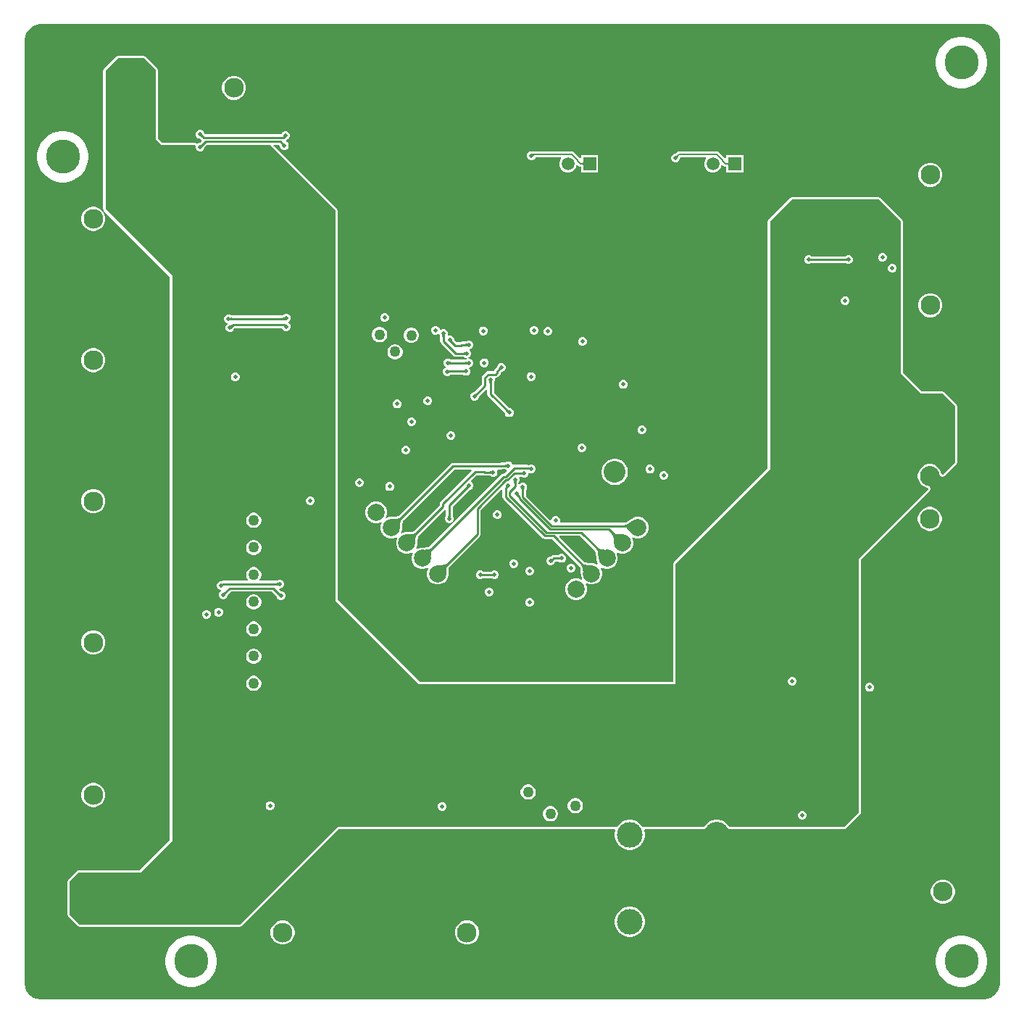
<source format=gbl>
G04*
G04 #@! TF.GenerationSoftware,Altium Limited,Altium Designer,21.6.4 (81)*
G04*
G04 Layer_Physical_Order=4*
G04 Layer_Color=16711680*
%FSLAX25Y25*%
%MOIN*%
G70*
G04*
G04 #@! TF.SameCoordinates,042D30B8-6E37-4B2D-B353-5EAC6A6B4B5F*
G04*
G04*
G04 #@! TF.FilePolarity,Positive*
G04*
G01*
G75*
%ADD15C,0.01000*%
%ADD120C,0.00800*%
%ADD121C,0.09055*%
%ADD122C,0.07874*%
%ADD123C,0.11811*%
%ADD124C,0.10000*%
%ADD125C,0.15630*%
%ADD126C,0.05906*%
%ADD127R,0.05906X0.05906*%
%ADD128C,0.05000*%
%ADD129C,0.02000*%
%ADD130C,0.02400*%
G36*
X366338Y430726D02*
X367787Y430126D01*
X369091Y429254D01*
X370199Y428146D01*
X371071Y426842D01*
X371671Y425393D01*
X371977Y423855D01*
Y423071D01*
Y-9685D01*
Y-10469D01*
X371671Y-12007D01*
X371071Y-13456D01*
X370199Y-14760D01*
X369091Y-15869D01*
X367787Y-16740D01*
X366338Y-17340D01*
X364800Y-17646D01*
X-69524D01*
X-71062Y-17340D01*
X-72511Y-16740D01*
X-73815Y-15869D01*
X-74924Y-14760D01*
X-75795Y-13456D01*
X-76395Y-12007D01*
X-76701Y-10469D01*
Y-9685D01*
Y423071D01*
Y423855D01*
X-76395Y425393D01*
X-75795Y426842D01*
X-74924Y428146D01*
X-73815Y429254D01*
X-72511Y430126D01*
X-71062Y430726D01*
X-69524Y431032D01*
X364800D01*
X366338Y430726D01*
D02*
G37*
%LPC*%
G36*
X355261Y425201D02*
X353401D01*
X351564Y424910D01*
X349795Y424335D01*
X348138Y423491D01*
X346634Y422398D01*
X345319Y421083D01*
X344226Y419578D01*
X343381Y417921D01*
X342807Y416152D01*
X342516Y414316D01*
Y412456D01*
X342807Y410619D01*
X343381Y408850D01*
X344226Y407193D01*
X345319Y405689D01*
X346634Y404374D01*
X348138Y403281D01*
X349795Y402436D01*
X351564Y401862D01*
X353401Y401571D01*
X355261D01*
X357098Y401862D01*
X358866Y402436D01*
X360523Y403281D01*
X362028Y404374D01*
X363343Y405689D01*
X364436Y407193D01*
X365280Y408850D01*
X365855Y410619D01*
X366146Y412456D01*
Y414316D01*
X365855Y416152D01*
X365280Y417921D01*
X364436Y419578D01*
X363343Y421083D01*
X362028Y422398D01*
X360523Y423491D01*
X358866Y424335D01*
X357098Y424910D01*
X355261Y425201D01*
D02*
G37*
G36*
X20413Y407299D02*
X18957D01*
X17551Y406922D01*
X16291Y406195D01*
X15262Y405166D01*
X14534Y403905D01*
X14157Y402499D01*
Y401044D01*
X14534Y399638D01*
X15262Y398378D01*
X16291Y397348D01*
X17551Y396621D01*
X18957Y396244D01*
X20413D01*
X21819Y396621D01*
X23079Y397348D01*
X24108Y398378D01*
X24836Y399638D01*
X25213Y401044D01*
Y402499D01*
X24836Y403905D01*
X24108Y405166D01*
X23079Y406195D01*
X21819Y406922D01*
X20413Y407299D01*
D02*
G37*
G36*
X-21577Y416334D02*
X-33740D01*
X-34130Y416257D01*
X-34461Y416036D01*
X-40134Y410363D01*
X-40355Y410033D01*
X-40432Y409642D01*
Y345987D01*
X-40355Y345597D01*
X-40134Y345267D01*
X-9760Y314893D01*
X-9760Y55737D01*
X-23728Y41769D01*
X-51762D01*
X-52152Y41691D01*
X-52483Y41471D01*
X-56496Y37458D01*
X-56717Y37127D01*
X-56794Y36737D01*
Y21502D01*
X-56717Y21112D01*
X-56496Y20781D01*
X-51931Y16217D01*
X-51600Y15996D01*
X-51210Y15918D01*
X22561D01*
X22951Y15996D01*
X23282Y16217D01*
X67788Y60724D01*
X194867D01*
X195145Y60308D01*
X195106Y60214D01*
X194840Y58880D01*
Y57520D01*
X195106Y56185D01*
X195626Y54929D01*
X196382Y53798D01*
X197344Y52836D01*
X198475Y52080D01*
X199732Y51560D01*
X201066Y51294D01*
X202426D01*
X203760Y51560D01*
X205017Y52080D01*
X206148Y52836D01*
X207110Y53798D01*
X207865Y54929D01*
X208386Y56185D01*
X208651Y57520D01*
Y58880D01*
X208386Y60214D01*
X208347Y60308D01*
X208625Y60724D01*
X235808D01*
X235907Y60743D01*
X236007D01*
X236100Y60782D01*
X236198Y60801D01*
X236282Y60857D01*
X236375Y60895D01*
X236446Y60966D01*
X236529Y61022D01*
X236585Y61106D01*
X236656Y61177D01*
X237174Y61952D01*
X237994Y62771D01*
X238958Y63416D01*
X240029Y63859D01*
X241166Y64086D01*
X242325D01*
X243463Y63859D01*
X244534Y63416D01*
X245498Y62771D01*
X246318Y61952D01*
X246835Y61177D01*
X246906Y61106D01*
X246962Y61022D01*
X247046Y60966D01*
X247117Y60895D01*
X247210Y60857D01*
X247293Y60801D01*
X247392Y60782D01*
X247484Y60743D01*
X247585D01*
X247683Y60724D01*
X300260D01*
X300650Y60801D01*
X300981Y61022D01*
X307834Y67876D01*
X308055Y68207D01*
X308133Y68597D01*
Y184854D01*
X339717Y216438D01*
X339809Y216576D01*
X339911Y216708D01*
X339919Y216741D01*
X339938Y216769D01*
X339971Y216932D01*
X340014Y217092D01*
X340009Y217126D01*
X340016Y217159D01*
X339984Y217322D01*
X339962Y217486D01*
X339783Y218015D01*
X339733Y218102D01*
X339700Y218197D01*
X339634Y218272D01*
X339584Y218359D01*
X339505Y218421D01*
X339438Y218496D01*
X339348Y218541D01*
X339269Y218602D01*
X339172Y218628D01*
X339081Y218672D01*
X338020Y218957D01*
X336992Y219550D01*
X336153Y220390D01*
X335559Y221417D01*
X335252Y222564D01*
Y223751D01*
X335559Y224898D01*
X336153Y225925D01*
X336992Y226765D01*
X338020Y227358D01*
X339166Y227665D01*
X340353D01*
X341500Y227358D01*
X342528Y226765D01*
X343367Y225925D01*
X343961Y224897D01*
X344245Y223836D01*
X344290Y223746D01*
X344316Y223648D01*
X344377Y223569D01*
X344421Y223479D01*
X344497Y223413D01*
X344558Y223333D01*
X344645Y223283D01*
X344720Y223217D01*
X344815Y223184D01*
X344903Y223134D01*
X345431Y222955D01*
X345595Y222934D01*
X345758Y222901D01*
X345792Y222908D01*
X345825Y222904D01*
X345986Y222947D01*
X346148Y222979D01*
X346177Y222998D01*
X346210Y223007D01*
X346341Y223108D01*
X346479Y223200D01*
X351981Y228702D01*
X352202Y229032D01*
X352279Y229423D01*
Y255315D01*
X352202Y255705D01*
X351981Y256036D01*
X346176Y261841D01*
X345845Y262062D01*
X345455Y262139D01*
X335877D01*
X327279Y270737D01*
Y340315D01*
X327202Y340705D01*
X326981Y341036D01*
X316981Y351036D01*
X316650Y351257D01*
X316260Y351335D01*
X276260D01*
X275870Y351257D01*
X275539Y351036D01*
X265539Y341036D01*
X265318Y340705D01*
X265240Y340315D01*
Y226737D01*
X228539Y190036D01*
X222017Y183514D01*
X221796Y183183D01*
X221718Y182793D01*
Y128334D01*
X105275D01*
X67279Y166330D01*
Y345315D01*
X67202Y345705D01*
X66981Y346036D01*
X37893Y375124D01*
X38084Y375586D01*
X40352D01*
X40900Y375037D01*
Y374802D01*
X41205Y374067D01*
X41767Y373504D01*
X42502Y373200D01*
X43298D01*
X44033Y373504D01*
X44596Y374067D01*
X44900Y374802D01*
Y375598D01*
X44596Y376333D01*
X44033Y376895D01*
X43730Y377021D01*
X43585Y377599D01*
X43758Y377815D01*
X44493Y378119D01*
X45055Y378682D01*
X45360Y379417D01*
Y380213D01*
X45055Y380948D01*
X44493Y381510D01*
X43758Y381815D01*
X42962D01*
X42227Y381510D01*
X41664Y380948D01*
X41414Y380344D01*
X6456D01*
X6174Y380626D01*
X6160Y380644D01*
Y380713D01*
X5855Y381448D01*
X5293Y382010D01*
X4558Y382315D01*
X3762D01*
X3027Y382010D01*
X2464Y381448D01*
X2160Y380713D01*
Y379917D01*
X2464Y379182D01*
X3027Y378619D01*
X3762Y378315D01*
X4159D01*
X4741Y377733D01*
X4749Y377728D01*
X4798Y377230D01*
X4083Y376515D01*
X3762D01*
X3027Y376210D01*
X2944Y376175D01*
X2458Y376163D01*
X2365Y376201D01*
X2281Y376257D01*
X2183Y376276D01*
X2090Y376315D01*
X1990D01*
X1891Y376335D01*
X-13318D01*
X-15134Y378151D01*
Y409891D01*
X-15212Y410281D01*
X-15432Y410612D01*
X-20856Y416036D01*
X-21187Y416257D01*
X-21577Y416334D01*
D02*
G37*
G36*
X241803Y372552D02*
X241803Y372552D01*
X224469D01*
X224469Y372552D01*
X223923Y372443D01*
X223460Y372134D01*
X223460Y372134D01*
X222783Y371457D01*
X222780Y371455D01*
X222756Y371455D01*
X222675Y371436D01*
X222383D01*
X221648Y371131D01*
X221085Y370568D01*
X220780Y369833D01*
Y369038D01*
X221085Y368303D01*
X221648Y367740D01*
X222383Y367436D01*
X223178D01*
X223913Y367740D01*
X224476Y368303D01*
X224781Y369038D01*
Y369330D01*
X224799Y369411D01*
X224800Y369435D01*
X224802Y369439D01*
X225061Y369697D01*
X236682D01*
X236873Y369235D01*
X236837Y369199D01*
X236317Y368297D01*
X236047Y367292D01*
Y366251D01*
X236317Y365246D01*
X236837Y364345D01*
X237573Y363609D01*
X238474Y363088D01*
X239480Y362819D01*
X240520D01*
X241526Y363088D01*
X242427Y363609D01*
X243163Y364345D01*
X243683Y365246D01*
X243887Y366006D01*
X244429Y366171D01*
X244838Y365762D01*
X244838Y365762D01*
X245301Y365453D01*
X245847Y365344D01*
X246047D01*
Y362819D01*
X253953D01*
Y370724D01*
X246047D01*
Y369459D01*
X245547Y369307D01*
X245362Y369584D01*
X245362Y369584D01*
X242812Y372134D01*
X242349Y372443D01*
X241803Y372552D01*
D02*
G37*
G36*
X156958Y372615D02*
X156162D01*
X155427Y372310D01*
X154864Y371748D01*
X154560Y371013D01*
Y370217D01*
X154864Y369482D01*
X155427Y368919D01*
X156162Y368615D01*
X156958D01*
X157693Y368919D01*
X158255Y369482D01*
X158344Y369697D01*
X169963D01*
X170154Y369235D01*
X170118Y369199D01*
X169597Y368297D01*
X169328Y367292D01*
Y366251D01*
X169597Y365246D01*
X170118Y364345D01*
X170853Y363609D01*
X171755Y363088D01*
X172760Y362819D01*
X173801D01*
X174806Y363088D01*
X175708Y363609D01*
X176444Y364345D01*
X176964Y365246D01*
X177168Y366006D01*
X177710Y366171D01*
X178119Y365762D01*
X178119Y365762D01*
X178582Y365453D01*
X179128Y365344D01*
X179328D01*
Y362819D01*
X187233D01*
Y370724D01*
X179328D01*
Y369459D01*
X178828Y369307D01*
X178643Y369584D01*
X178643Y369584D01*
X176093Y372134D01*
X175630Y372443D01*
X175084Y372552D01*
X175083Y372552D01*
X157485D01*
X157163Y372559D01*
X157078Y372565D01*
X156958Y372615D01*
D02*
G37*
G36*
X-58125Y381894D02*
X-59985D01*
X-61822Y381603D01*
X-63591Y381028D01*
X-65248Y380184D01*
X-66752Y379090D01*
X-68067Y377776D01*
X-69160Y376271D01*
X-70004Y374614D01*
X-70579Y372845D01*
X-70870Y371008D01*
Y369149D01*
X-70579Y367312D01*
X-70004Y365543D01*
X-69160Y363886D01*
X-68067Y362382D01*
X-66752Y361067D01*
X-65248Y359974D01*
X-63591Y359129D01*
X-61822Y358555D01*
X-59985Y358264D01*
X-58125D01*
X-56288Y358555D01*
X-54520Y359129D01*
X-52863Y359974D01*
X-51358Y361067D01*
X-50043Y362382D01*
X-48950Y363886D01*
X-48106Y365543D01*
X-47531Y367312D01*
X-47240Y369149D01*
Y371008D01*
X-47531Y372845D01*
X-48106Y374614D01*
X-48950Y376271D01*
X-50043Y377776D01*
X-51358Y379090D01*
X-52863Y380184D01*
X-54520Y381028D01*
X-56288Y381603D01*
X-58125Y381894D01*
D02*
G37*
G36*
X340728Y367299D02*
X339272D01*
X337866Y366922D01*
X336606Y366195D01*
X335577Y365166D01*
X334849Y363905D01*
X334472Y362499D01*
Y361044D01*
X334849Y359638D01*
X335577Y358378D01*
X336606Y357348D01*
X337866Y356621D01*
X339272Y356244D01*
X340728D01*
X342134Y356621D01*
X343394Y357348D01*
X344423Y358378D01*
X345151Y359638D01*
X345528Y361044D01*
Y362499D01*
X345151Y363905D01*
X344423Y365166D01*
X343394Y366195D01*
X342134Y366922D01*
X340728Y367299D01*
D02*
G37*
G36*
X-44272Y346984D02*
X-45728D01*
X-47134Y346607D01*
X-48394Y345880D01*
X-49423Y344851D01*
X-50151Y343590D01*
X-50528Y342184D01*
Y340729D01*
X-50151Y339323D01*
X-49423Y338063D01*
X-48394Y337033D01*
X-47134Y336306D01*
X-45728Y335929D01*
X-44272D01*
X-42866Y336306D01*
X-41606Y337033D01*
X-40577Y338063D01*
X-39849Y339323D01*
X-39472Y340729D01*
Y342184D01*
X-39849Y343590D01*
X-40577Y344851D01*
X-41606Y345880D01*
X-42866Y346607D01*
X-44272Y346984D01*
D02*
G37*
G36*
X340728Y307299D02*
X339272D01*
X337866Y306923D01*
X336606Y306195D01*
X335577Y305166D01*
X334849Y303905D01*
X334472Y302499D01*
Y301044D01*
X334849Y299638D01*
X335577Y298378D01*
X336606Y297348D01*
X337866Y296621D01*
X339272Y296244D01*
X340728D01*
X342134Y296621D01*
X343394Y297348D01*
X344423Y298378D01*
X345151Y299638D01*
X345528Y301044D01*
Y302499D01*
X345151Y303905D01*
X344423Y305166D01*
X343394Y306195D01*
X342134Y306923D01*
X340728Y307299D01*
D02*
G37*
G36*
X89398Y298000D02*
X88602D01*
X87867Y297695D01*
X87305Y297133D01*
X87000Y296398D01*
Y295602D01*
X87305Y294867D01*
X87867Y294304D01*
X88602Y294000D01*
X89398D01*
X90133Y294304D01*
X90696Y294867D01*
X91000Y295602D01*
Y296398D01*
X90696Y297133D01*
X90133Y297695D01*
X89398Y298000D01*
D02*
G37*
G36*
X158134Y292170D02*
X157339D01*
X156604Y291865D01*
X156041Y291303D01*
X155737Y290568D01*
Y289772D01*
X156041Y289037D01*
X156604Y288474D01*
X157339Y288170D01*
X158134D01*
X158870Y288474D01*
X159432Y289037D01*
X159737Y289772D01*
Y290568D01*
X159432Y291303D01*
X158870Y291865D01*
X158134Y292170D01*
D02*
G37*
G36*
X134722Y291939D02*
X133926D01*
X133191Y291635D01*
X132628Y291072D01*
X132324Y290337D01*
Y289542D01*
X132628Y288807D01*
X133191Y288244D01*
X133926Y287939D01*
X134722D01*
X135457Y288244D01*
X136019Y288807D01*
X136324Y289542D01*
Y290337D01*
X136019Y291072D01*
X135457Y291635D01*
X134722Y291939D01*
D02*
G37*
G36*
X164458Y291715D02*
X163662D01*
X162927Y291410D01*
X162364Y290848D01*
X162060Y290113D01*
Y289317D01*
X162364Y288582D01*
X162927Y288019D01*
X163662Y287715D01*
X164458D01*
X165193Y288019D01*
X165755Y288582D01*
X166060Y289317D01*
Y290113D01*
X165755Y290848D01*
X165193Y291410D01*
X164458Y291715D01*
D02*
G37*
G36*
X87147Y291678D02*
X86226D01*
X85336Y291439D01*
X84538Y290979D01*
X83886Y290327D01*
X83425Y289529D01*
X83187Y288639D01*
Y287717D01*
X83425Y286827D01*
X83886Y286029D01*
X84538Y285377D01*
X85336Y284916D01*
X86226Y284678D01*
X87147D01*
X88038Y284916D01*
X88836Y285377D01*
X89487Y286029D01*
X89948Y286827D01*
X90187Y287717D01*
Y288639D01*
X89948Y289529D01*
X89487Y290327D01*
X88836Y290979D01*
X88038Y291439D01*
X87147Y291678D01*
D02*
G37*
G36*
X101721Y291415D02*
X100799D01*
X99909Y291176D01*
X99111Y290716D01*
X98459Y290064D01*
X97998Y289266D01*
X97760Y288376D01*
Y287454D01*
X97998Y286564D01*
X98459Y285766D01*
X99111Y285114D01*
X99909Y284653D01*
X100799Y284415D01*
X101721D01*
X102611Y284653D01*
X103409Y285114D01*
X104060Y285766D01*
X104521Y286564D01*
X104760Y287454D01*
Y288376D01*
X104521Y289266D01*
X104060Y290064D01*
X103409Y290716D01*
X102611Y291176D01*
X101721Y291415D01*
D02*
G37*
G36*
X180398Y287000D02*
X179602D01*
X178867Y286696D01*
X178305Y286133D01*
X178000Y285398D01*
Y284602D01*
X178305Y283867D01*
X178867Y283305D01*
X179602Y283000D01*
X180398D01*
X181133Y283305D01*
X181695Y283867D01*
X182000Y284602D01*
Y285398D01*
X181695Y286133D01*
X181133Y286696D01*
X180398Y287000D01*
D02*
G37*
G36*
X94221Y283815D02*
X93299D01*
X92409Y283576D01*
X91611Y283116D01*
X90959Y282464D01*
X90498Y281666D01*
X90260Y280776D01*
Y279854D01*
X90498Y278964D01*
X90959Y278166D01*
X91611Y277514D01*
X92409Y277053D01*
X93299Y276815D01*
X94221D01*
X95111Y277053D01*
X95909Y277514D01*
X96561Y278166D01*
X97021Y278964D01*
X97260Y279854D01*
Y280776D01*
X97021Y281666D01*
X96561Y282464D01*
X95909Y283116D01*
X95111Y283576D01*
X94221Y283815D01*
D02*
G37*
G36*
X112750Y292244D02*
X111954D01*
X111219Y291940D01*
X110656Y291377D01*
X110352Y290642D01*
Y289846D01*
X110656Y289111D01*
X111219Y288549D01*
X111954Y288244D01*
X112750D01*
X113485Y288549D01*
X113570Y288634D01*
X114070Y288427D01*
Y288371D01*
X114374Y287636D01*
X114548Y287463D01*
X114548Y287457D01*
Y285238D01*
X114665Y284653D01*
X114996Y284156D01*
X120619Y278534D01*
X121115Y278202D01*
X121701Y278085D01*
X125336D01*
X125565Y277857D01*
X126300Y277553D01*
X126662D01*
X126761Y277053D01*
X126470Y276932D01*
X126333Y276795D01*
X126321Y276795D01*
X119387D01*
X119193Y276989D01*
X118458Y277294D01*
X117662D01*
X116927Y276989D01*
X116364Y276427D01*
X116060Y275692D01*
Y274896D01*
X116364Y274161D01*
X116927Y273598D01*
X116927Y273057D01*
X116669Y272950D01*
X116106Y272388D01*
X115802Y271652D01*
Y270857D01*
X116106Y270122D01*
X116669Y269559D01*
X117404Y269255D01*
X118199D01*
X118934Y269559D01*
X119167Y269791D01*
X125161D01*
X125327Y269625D01*
X126062Y269321D01*
X126858D01*
X127593Y269625D01*
X128155Y270188D01*
X128460Y270923D01*
Y271719D01*
X128155Y272454D01*
X127873Y272737D01*
X127943Y273012D01*
X128057Y273260D01*
X128736Y273541D01*
X129298Y274104D01*
X129603Y274839D01*
Y275634D01*
X129298Y276369D01*
X128736Y276932D01*
X128000Y277237D01*
X127639D01*
X127539Y277736D01*
X127831Y277857D01*
X128393Y278420D01*
X128698Y279155D01*
Y279950D01*
X128393Y280686D01*
X128061Y281018D01*
X128060Y281157D01*
X128207Y281578D01*
X128793Y281821D01*
X129355Y282384D01*
X129660Y283119D01*
Y283914D01*
X129355Y284649D01*
X128793Y285212D01*
X128058Y285517D01*
X127262D01*
X126527Y285212D01*
X126361Y285047D01*
X126354Y285046D01*
X124523D01*
X123937Y284929D01*
X123627Y284722D01*
X121966D01*
X121030Y285658D01*
Y286219D01*
X120726Y286953D01*
X120163Y287516D01*
X119428Y287821D01*
X118633D01*
X118331Y287696D01*
X117949Y288079D01*
X118070Y288371D01*
Y289167D01*
X117766Y289902D01*
X117203Y290465D01*
X116468Y290769D01*
X115672D01*
X114937Y290465D01*
X114852Y290380D01*
X114352Y290587D01*
Y290642D01*
X114048Y291377D01*
X113485Y291940D01*
X112750Y292244D01*
D02*
G37*
G36*
X135214Y277294D02*
X134418D01*
X133683Y276989D01*
X133120Y276427D01*
X132816Y275692D01*
Y274896D01*
X133120Y274161D01*
X133683Y273598D01*
X134418Y273294D01*
X135214D01*
X135949Y273598D01*
X136511Y274161D01*
X136816Y274896D01*
Y275692D01*
X136511Y276427D01*
X135949Y276989D01*
X135214Y277294D01*
D02*
G37*
G36*
X-44272Y281984D02*
X-45728D01*
X-47134Y281608D01*
X-48394Y280880D01*
X-49423Y279851D01*
X-50151Y278590D01*
X-50528Y277184D01*
Y275729D01*
X-50151Y274323D01*
X-49423Y273063D01*
X-48394Y272033D01*
X-47134Y271306D01*
X-45728Y270929D01*
X-44272D01*
X-42866Y271306D01*
X-41606Y272033D01*
X-40577Y273063D01*
X-39849Y274323D01*
X-39472Y275729D01*
Y277184D01*
X-39849Y278590D01*
X-40577Y279851D01*
X-41606Y280880D01*
X-42866Y281608D01*
X-44272Y281984D01*
D02*
G37*
G36*
X156693Y270940D02*
X155897D01*
X155162Y270636D01*
X154599Y270073D01*
X154295Y269338D01*
Y268542D01*
X154599Y267807D01*
X155162Y267245D01*
X155897Y266940D01*
X156693D01*
X157428Y267245D01*
X157990Y267807D01*
X158295Y268542D01*
Y269338D01*
X157990Y270073D01*
X157428Y270636D01*
X156693Y270940D01*
D02*
G37*
G36*
X199144Y267326D02*
X198348D01*
X197613Y267022D01*
X197050Y266459D01*
X196746Y265724D01*
Y264928D01*
X197050Y264193D01*
X197613Y263631D01*
X198348Y263326D01*
X199144D01*
X199879Y263631D01*
X200442Y264193D01*
X200746Y264928D01*
Y265724D01*
X200442Y266459D01*
X199879Y267022D01*
X199144Y267326D01*
D02*
G37*
G36*
X109206Y259757D02*
X108410D01*
X107675Y259452D01*
X107112Y258890D01*
X106808Y258155D01*
Y257359D01*
X107112Y256624D01*
X107675Y256061D01*
X108410Y255757D01*
X109206D01*
X109941Y256061D01*
X110503Y256624D01*
X110808Y257359D01*
Y258155D01*
X110503Y258890D01*
X109941Y259452D01*
X109206Y259757D01*
D02*
G37*
G36*
X95158Y258315D02*
X94362D01*
X93627Y258011D01*
X93064Y257448D01*
X92760Y256713D01*
Y255917D01*
X93064Y255182D01*
X93627Y254619D01*
X94362Y254315D01*
X95158D01*
X95893Y254619D01*
X96455Y255182D01*
X96760Y255917D01*
Y256713D01*
X96455Y257448D01*
X95893Y258011D01*
X95158Y258315D01*
D02*
G37*
G36*
X143014Y275153D02*
X142218D01*
X141483Y274848D01*
X140920Y274286D01*
X140616Y273550D01*
Y273198D01*
X139825Y272407D01*
X139494Y271911D01*
X139416Y271518D01*
X139338Y271440D01*
X136686D01*
X136101Y271324D01*
X135605Y270992D01*
X134141Y269528D01*
X133809Y269032D01*
X133693Y268446D01*
Y265338D01*
X130194Y261839D01*
X129959D01*
X129224Y261535D01*
X128661Y260972D01*
X128357Y260237D01*
Y259441D01*
X128661Y258706D01*
X129224Y258144D01*
X129959Y257839D01*
X130754D01*
X131490Y258144D01*
X132052Y258706D01*
X132357Y259441D01*
Y259675D01*
X132362Y259681D01*
X135731Y263050D01*
X136193Y262859D01*
Y260853D01*
X136309Y260267D01*
X136641Y259771D01*
X144260Y252152D01*
Y251917D01*
X144564Y251182D01*
X145127Y250619D01*
X145862Y250315D01*
X146658D01*
X147393Y250619D01*
X147955Y251182D01*
X148260Y251917D01*
Y252713D01*
X147955Y253448D01*
X147393Y254010D01*
X146658Y254315D01*
X146424D01*
X146418Y254320D01*
X139251Y261486D01*
Y266112D01*
X139418Y266278D01*
X139722Y267013D01*
Y267809D01*
X139657Y267966D01*
X139878Y268296D01*
X140022Y268391D01*
X140557Y268498D01*
X141053Y268829D01*
X141988Y269765D01*
X142320Y270261D01*
X142398Y270654D01*
X142888Y271144D01*
X142896Y271151D01*
X142898Y271153D01*
X143014D01*
X143749Y271457D01*
X144311Y272020D01*
X144616Y272755D01*
Y273550D01*
X144311Y274286D01*
X143749Y274848D01*
X143014Y275153D01*
D02*
G37*
G36*
X101766Y250115D02*
X100970D01*
X100235Y249810D01*
X99672Y249248D01*
X99368Y248513D01*
Y247717D01*
X99672Y246982D01*
X100235Y246419D01*
X100970Y246115D01*
X101766D01*
X102501Y246419D01*
X103063Y246982D01*
X103368Y247717D01*
Y248513D01*
X103063Y249248D01*
X102501Y249810D01*
X101766Y250115D01*
D02*
G37*
G36*
X207758Y246415D02*
X206962D01*
X206227Y246110D01*
X205664Y245548D01*
X205360Y244813D01*
Y244017D01*
X205664Y243282D01*
X206227Y242719D01*
X206962Y242415D01*
X207758D01*
X208493Y242719D01*
X209055Y243282D01*
X209360Y244017D01*
Y244813D01*
X209055Y245548D01*
X208493Y246110D01*
X207758Y246415D01*
D02*
G37*
G36*
X119873Y243783D02*
X119078D01*
X118342Y243478D01*
X117780Y242916D01*
X117475Y242180D01*
Y241385D01*
X117780Y240650D01*
X118342Y240087D01*
X119078Y239783D01*
X119873D01*
X120608Y240087D01*
X121171Y240650D01*
X121475Y241385D01*
Y242180D01*
X121171Y242916D01*
X120608Y243478D01*
X119873Y243783D01*
D02*
G37*
G36*
X180058Y238115D02*
X179262D01*
X178527Y237810D01*
X177964Y237248D01*
X177660Y236513D01*
Y235717D01*
X177964Y234982D01*
X178527Y234419D01*
X179262Y234115D01*
X180058D01*
X180793Y234419D01*
X181355Y234982D01*
X181660Y235717D01*
Y236513D01*
X181355Y237248D01*
X180793Y237810D01*
X180058Y238115D01*
D02*
G37*
G36*
X99158Y237035D02*
X98362D01*
X97627Y236730D01*
X97064Y236168D01*
X96760Y235432D01*
Y234637D01*
X97064Y233902D01*
X97627Y233339D01*
X98362Y233035D01*
X99158D01*
X99893Y233339D01*
X100455Y233902D01*
X100760Y234637D01*
Y235432D01*
X100455Y236168D01*
X99893Y236730D01*
X99158Y237035D01*
D02*
G37*
G36*
X146224Y229942D02*
X145429D01*
X144693Y229637D01*
X144528Y229472D01*
X144520Y229471D01*
X143042D01*
X142457Y229355D01*
X142308Y229255D01*
X120386D01*
X119801Y229139D01*
X119305Y228807D01*
X95420Y204922D01*
X95401Y204906D01*
X95277Y204831D01*
X95091Y204747D01*
X94843Y204664D01*
X94535Y204588D01*
X94192Y204527D01*
X92725Y204416D01*
X92153Y204413D01*
X92057Y204394D01*
X91468D01*
X90212Y204058D01*
X89742Y203786D01*
X89376Y204152D01*
X89647Y204623D01*
X89984Y205878D01*
Y207178D01*
X89647Y208434D01*
X88997Y209559D01*
X88078Y210479D01*
X86952Y211129D01*
X85697Y211465D01*
X84397D01*
X83141Y211129D01*
X82015Y210479D01*
X81096Y209559D01*
X80446Y208434D01*
X80110Y207178D01*
Y205878D01*
X80446Y204623D01*
X81096Y203497D01*
X82015Y202577D01*
X83141Y201927D01*
X84397Y201591D01*
X85697D01*
X86952Y201927D01*
X87423Y202199D01*
X87789Y201833D01*
X87517Y201363D01*
X87181Y200107D01*
Y198807D01*
X87517Y197551D01*
X88167Y196426D01*
X89086Y195506D01*
X90212Y194857D01*
X91468Y194520D01*
X92768D01*
X94023Y194857D01*
X94494Y195128D01*
X94860Y194762D01*
X94588Y194292D01*
X94252Y193036D01*
Y191736D01*
X94588Y190480D01*
X95238Y189355D01*
X96157Y188435D01*
X97283Y187785D01*
X98539Y187449D01*
X99839D01*
X101094Y187785D01*
X101565Y188057D01*
X101931Y187691D01*
X101659Y187221D01*
X101323Y185965D01*
Y184665D01*
X101659Y183409D01*
X102309Y182283D01*
X103228Y181364D01*
X104354Y180714D01*
X105610Y180378D01*
X106910D01*
X108166Y180714D01*
X108636Y180986D01*
X109002Y180620D01*
X108730Y180149D01*
X108394Y178894D01*
Y177594D01*
X108730Y176338D01*
X109380Y175212D01*
X110300Y174293D01*
X111425Y173643D01*
X112681Y173307D01*
X113981D01*
X115236Y173643D01*
X116362Y174293D01*
X117281Y175212D01*
X117931Y176338D01*
X118268Y177594D01*
Y178183D01*
X118287Y178278D01*
X118290Y178861D01*
X118347Y179883D01*
X118397Y180295D01*
X118462Y180661D01*
X118538Y180969D01*
X118621Y181217D01*
X118705Y181403D01*
X118780Y181527D01*
X118796Y181546D01*
X132725Y195475D01*
X133056Y195971D01*
X133173Y196556D01*
Y207611D01*
X142730Y217169D01*
X143230Y216962D01*
Y213604D01*
X143347Y213018D01*
X143678Y212522D01*
X161567Y194633D01*
X162063Y194302D01*
X162648Y194185D01*
X166084D01*
X178724Y181546D01*
X178740Y181527D01*
X178815Y181403D01*
X178899Y181217D01*
X178982Y180969D01*
X179058Y180661D01*
X179119Y180318D01*
X179230Y178851D01*
X179232Y178279D01*
X179252Y178183D01*
Y177594D01*
X179588Y176338D01*
X179860Y175868D01*
X179494Y175502D01*
X179023Y175773D01*
X177768Y176110D01*
X176468D01*
X175212Y175773D01*
X174086Y175123D01*
X173167Y174204D01*
X172517Y173078D01*
X172181Y171823D01*
Y170523D01*
X172517Y169267D01*
X173167Y168141D01*
X174086Y167222D01*
X175212Y166572D01*
X176468Y166236D01*
X177768D01*
X179023Y166572D01*
X180149Y167222D01*
X181068Y168141D01*
X181718Y169267D01*
X182055Y170523D01*
Y171823D01*
X181718Y173078D01*
X181447Y173549D01*
X181813Y173915D01*
X182283Y173643D01*
X183539Y173307D01*
X184839D01*
X186094Y173643D01*
X187220Y174293D01*
X188139Y175212D01*
X188789Y176338D01*
X189126Y177594D01*
Y178894D01*
X188789Y180149D01*
X188518Y180620D01*
X188884Y180986D01*
X189354Y180714D01*
X190610Y180378D01*
X191910D01*
X193166Y180714D01*
X194291Y181364D01*
X195210Y182283D01*
X195860Y183409D01*
X196197Y184665D01*
Y185965D01*
X195860Y187221D01*
X195589Y187691D01*
X195955Y188057D01*
X196425Y187785D01*
X197681Y187449D01*
X198981D01*
X200237Y187785D01*
X201362Y188435D01*
X202281Y189355D01*
X202931Y190480D01*
X203268Y191736D01*
Y193036D01*
X202931Y194292D01*
X202660Y194762D01*
X203026Y195128D01*
X203496Y194857D01*
X204752Y194520D01*
X206052D01*
X207308Y194857D01*
X208433Y195506D01*
X209353Y196426D01*
X210002Y197551D01*
X210339Y198807D01*
Y200107D01*
X210002Y201363D01*
X209353Y202488D01*
X208433Y203408D01*
X207308Y204058D01*
X206052Y204394D01*
X204752D01*
X203496Y204058D01*
X202642Y203565D01*
X202605Y203549D01*
X202604Y203548D01*
X202603Y203548D01*
X202543Y203507D01*
X202371Y203408D01*
X202319Y203356D01*
X202056Y203178D01*
X201087Y202565D01*
X200287Y202115D01*
X199970Y201961D01*
X199700Y201847D01*
X199491Y201775D01*
X199361Y201744D01*
X169873D01*
X169595Y202160D01*
X169660Y202317D01*
Y203113D01*
X169355Y203848D01*
X168793Y204410D01*
X168058Y204715D01*
X167262D01*
X166527Y204410D01*
X165964Y203848D01*
X165660Y203113D01*
Y203031D01*
X165198Y202840D01*
X154089Y213948D01*
Y216739D01*
X154255Y216905D01*
X154560Y217640D01*
Y218435D01*
X154255Y219170D01*
X153693Y219733D01*
X152958Y220038D01*
X152162D01*
X151427Y219733D01*
X151046Y219352D01*
X150546Y219559D01*
Y220086D01*
X150712Y220252D01*
X151016Y220987D01*
Y221783D01*
X150793Y222322D01*
X151061Y222822D01*
X151822D01*
X151988Y222656D01*
X152723Y222351D01*
X153519D01*
X154254Y222656D01*
X154817Y223218D01*
X155121Y223953D01*
Y224402D01*
X155621Y224717D01*
X156080Y224527D01*
X156876D01*
X157611Y224831D01*
X158173Y225394D01*
X158478Y226129D01*
Y226924D01*
X158173Y227660D01*
X157611Y228222D01*
X156876Y228527D01*
X156080D01*
X155417Y228252D01*
X155349Y228247D01*
X154817D01*
X154642Y228364D01*
X154056Y228481D01*
X148849D01*
X148312Y228374D01*
X148252Y228370D01*
X147718Y228601D01*
X147522Y229075D01*
X146959Y229637D01*
X146224Y229942D01*
D02*
G37*
G36*
X211369Y228309D02*
X210573D01*
X209838Y228004D01*
X209275Y227442D01*
X208971Y226707D01*
Y225911D01*
X209275Y225176D01*
X209838Y224613D01*
X210573Y224309D01*
X211369D01*
X212104Y224613D01*
X212666Y225176D01*
X212971Y225911D01*
Y226707D01*
X212666Y227442D01*
X212104Y228004D01*
X211369Y228309D01*
D02*
G37*
G36*
X217741Y225489D02*
X216946D01*
X216211Y225184D01*
X215648Y224622D01*
X215343Y223887D01*
Y223091D01*
X215648Y222356D01*
X216211Y221793D01*
X216946Y221489D01*
X217741D01*
X218476Y221793D01*
X219039Y222356D01*
X219343Y223091D01*
Y223887D01*
X219039Y224622D01*
X218476Y225184D01*
X217741Y225489D01*
D02*
G37*
G36*
X195451Y231015D02*
X194269D01*
X193110Y230784D01*
X192018Y230332D01*
X191035Y229675D01*
X190199Y228840D01*
X189543Y227857D01*
X189090Y226765D01*
X188860Y225606D01*
Y224424D01*
X189090Y223265D01*
X189543Y222173D01*
X190199Y221190D01*
X191035Y220354D01*
X192018Y219698D01*
X193110Y219246D01*
X194269Y219015D01*
X195451D01*
X196610Y219246D01*
X197702Y219698D01*
X198685Y220354D01*
X199520Y221190D01*
X200177Y222173D01*
X200629Y223265D01*
X200860Y224424D01*
Y225606D01*
X200629Y226765D01*
X200177Y227857D01*
X199520Y228840D01*
X198685Y229675D01*
X197702Y230332D01*
X196610Y230784D01*
X195451Y231015D01*
D02*
G37*
G36*
X77784Y222141D02*
X76988D01*
X76253Y221837D01*
X75691Y221274D01*
X75386Y220539D01*
Y219743D01*
X75691Y219008D01*
X76253Y218445D01*
X76988Y218141D01*
X77784D01*
X78519Y218445D01*
X79081Y219008D01*
X79386Y219743D01*
Y220539D01*
X79081Y221274D01*
X78519Y221837D01*
X77784Y222141D01*
D02*
G37*
G36*
X91658Y220315D02*
X90862D01*
X90127Y220010D01*
X89564Y219448D01*
X89260Y218713D01*
Y217917D01*
X89564Y217182D01*
X90127Y216619D01*
X90862Y216315D01*
X91658D01*
X92393Y216619D01*
X92955Y217182D01*
X93260Y217917D01*
Y218713D01*
X92955Y219448D01*
X92393Y220010D01*
X91658Y220315D01*
D02*
G37*
G36*
X-44272Y217142D02*
X-45728D01*
X-47134Y216765D01*
X-48394Y216037D01*
X-49423Y215008D01*
X-50151Y213748D01*
X-50528Y212342D01*
Y210887D01*
X-50151Y209481D01*
X-49423Y208220D01*
X-48394Y207191D01*
X-47134Y206463D01*
X-45728Y206087D01*
X-44272D01*
X-42866Y206463D01*
X-41606Y207191D01*
X-40577Y208220D01*
X-39849Y209481D01*
X-39472Y210887D01*
Y212342D01*
X-39849Y213748D01*
X-40577Y215008D01*
X-41606Y216037D01*
X-42866Y216765D01*
X-44272Y217142D01*
D02*
G37*
G36*
X141211Y207359D02*
X140415D01*
X139680Y207054D01*
X139118Y206491D01*
X138813Y205756D01*
Y204961D01*
X139118Y204226D01*
X139680Y203663D01*
X140415Y203359D01*
X141211D01*
X141946Y203663D01*
X142509Y204226D01*
X142813Y204961D01*
Y205756D01*
X142509Y206491D01*
X141946Y207054D01*
X141211Y207359D01*
D02*
G37*
G36*
X340488Y209000D02*
X339032D01*
X337626Y208623D01*
X336366Y207896D01*
X335337Y206866D01*
X334609Y205606D01*
X334232Y204200D01*
Y202745D01*
X334609Y201339D01*
X335337Y200078D01*
X336366Y199049D01*
X337626Y198322D01*
X339032Y197945D01*
X340488D01*
X341893Y198322D01*
X343154Y199049D01*
X344183Y200078D01*
X344911Y201339D01*
X345287Y202745D01*
Y204200D01*
X344911Y205606D01*
X344183Y206866D01*
X343154Y207896D01*
X341893Y208623D01*
X340488Y209000D01*
D02*
G37*
G36*
X170758Y187315D02*
X169962D01*
X169227Y187011D01*
X169061Y186845D01*
X169054Y186844D01*
X166830D01*
X166245Y186728D01*
X165749Y186396D01*
X165468Y186115D01*
X164962D01*
X164227Y185810D01*
X163664Y185248D01*
X163360Y184513D01*
Y183717D01*
X163664Y182982D01*
X164227Y182420D01*
X164962Y182115D01*
X165758D01*
X166493Y182420D01*
X167055Y182982D01*
X167330Y183645D01*
X167375Y183697D01*
X167464Y183786D01*
X169061D01*
X169227Y183619D01*
X169962Y183315D01*
X170758D01*
X171493Y183619D01*
X172055Y184182D01*
X172360Y184917D01*
Y185713D01*
X172055Y186448D01*
X171493Y187011D01*
X170758Y187315D01*
D02*
G37*
G36*
X148706Y184863D02*
X147910D01*
X147175Y184558D01*
X146612Y183996D01*
X146308Y183261D01*
Y182465D01*
X146612Y181730D01*
X147175Y181167D01*
X147910Y180863D01*
X148706D01*
X149441Y181167D01*
X150003Y181730D01*
X150308Y182465D01*
Y183261D01*
X150003Y183996D01*
X149441Y184558D01*
X148706Y184863D01*
D02*
G37*
G36*
X139875Y179715D02*
X139079D01*
X138344Y179410D01*
X138179Y179245D01*
X138171Y179244D01*
X134276D01*
X134110Y179410D01*
X133375Y179715D01*
X132579D01*
X131844Y179410D01*
X131282Y178848D01*
X130977Y178113D01*
Y177317D01*
X131282Y176582D01*
X131844Y176019D01*
X132579Y175715D01*
X133375D01*
X134110Y176019D01*
X134275Y176185D01*
X134283Y176186D01*
X138178D01*
X138344Y176019D01*
X139079Y175715D01*
X139875D01*
X140610Y176019D01*
X141173Y176582D01*
X141477Y177317D01*
Y178113D01*
X141173Y178848D01*
X140610Y179410D01*
X139875Y179715D01*
D02*
G37*
G36*
X175087Y182857D02*
X174292D01*
X173556Y182552D01*
X172994Y181989D01*
X172689Y181254D01*
Y180459D01*
X172994Y179724D01*
X173556Y179161D01*
X174292Y178857D01*
X175087D01*
X175822Y179161D01*
X176385Y179724D01*
X176689Y180459D01*
Y181254D01*
X176385Y181989D01*
X175822Y182552D01*
X175087Y182857D01*
D02*
G37*
G36*
X156110Y181467D02*
X155314D01*
X154579Y181162D01*
X154016Y180600D01*
X153712Y179865D01*
Y179069D01*
X154016Y178334D01*
X154579Y177771D01*
X155314Y177467D01*
X156110D01*
X156845Y177771D01*
X157407Y178334D01*
X157712Y179069D01*
Y179865D01*
X157407Y180600D01*
X156845Y181162D01*
X156110Y181467D01*
D02*
G37*
G36*
X137431Y171858D02*
X136636D01*
X135901Y171554D01*
X135338Y170991D01*
X135034Y170256D01*
Y169460D01*
X135338Y168725D01*
X135901Y168163D01*
X136636Y167858D01*
X137431D01*
X138166Y168163D01*
X138729Y168725D01*
X139034Y169460D01*
Y170256D01*
X138729Y170991D01*
X138166Y171554D01*
X137431Y171858D01*
D02*
G37*
G36*
X156110Y167000D02*
X155314D01*
X154579Y166695D01*
X154016Y166133D01*
X153712Y165398D01*
Y164602D01*
X154016Y163867D01*
X154579Y163304D01*
X155314Y163000D01*
X156110D01*
X156845Y163304D01*
X157407Y163867D01*
X157712Y164602D01*
Y165398D01*
X157407Y166133D01*
X156845Y166695D01*
X156110Y167000D01*
D02*
G37*
G36*
X-44272Y152142D02*
X-45728D01*
X-47134Y151765D01*
X-48394Y151037D01*
X-49423Y150008D01*
X-50151Y148748D01*
X-50528Y147342D01*
Y145887D01*
X-50151Y144481D01*
X-49423Y143220D01*
X-48394Y142191D01*
X-47134Y141463D01*
X-45728Y141087D01*
X-44272D01*
X-42866Y141463D01*
X-41606Y142191D01*
X-40577Y143220D01*
X-39849Y144481D01*
X-39472Y145887D01*
Y147342D01*
X-39849Y148748D01*
X-40577Y150008D01*
X-41606Y151037D01*
X-42866Y151765D01*
X-44272Y152142D01*
D02*
G37*
G36*
X312429Y127985D02*
X311634D01*
X310898Y127680D01*
X310336Y127118D01*
X310031Y126383D01*
Y125587D01*
X310336Y124852D01*
X310898Y124289D01*
X311634Y123985D01*
X312429D01*
X313164Y124289D01*
X313727Y124852D01*
X314031Y125587D01*
Y126383D01*
X313727Y127118D01*
X313164Y127680D01*
X312429Y127985D01*
D02*
G37*
G36*
X-44272Y81984D02*
X-45728D01*
X-47134Y81608D01*
X-48394Y80880D01*
X-49423Y79851D01*
X-50151Y78590D01*
X-50528Y77184D01*
Y75729D01*
X-50151Y74323D01*
X-49423Y73063D01*
X-48394Y72034D01*
X-47134Y71306D01*
X-45728Y70929D01*
X-44272D01*
X-42866Y71306D01*
X-41606Y72034D01*
X-40577Y73063D01*
X-39849Y74323D01*
X-39472Y75729D01*
Y77184D01*
X-39849Y78590D01*
X-40577Y79851D01*
X-41606Y80880D01*
X-42866Y81608D01*
X-44272Y81984D01*
D02*
G37*
G36*
X346488Y37500D02*
X345032D01*
X343626Y37123D01*
X342366Y36396D01*
X341337Y35366D01*
X340609Y34106D01*
X340232Y32700D01*
Y31245D01*
X340609Y29839D01*
X341337Y28578D01*
X342366Y27549D01*
X343626Y26822D01*
X345032Y26445D01*
X346488D01*
X347893Y26822D01*
X349154Y27549D01*
X350183Y28578D01*
X350911Y29839D01*
X351287Y31245D01*
Y32700D01*
X350911Y34106D01*
X350183Y35366D01*
X349154Y36396D01*
X347893Y37123D01*
X346488Y37500D01*
D02*
G37*
G36*
X202426Y25105D02*
X201066D01*
X199732Y24840D01*
X198475Y24319D01*
X197344Y23563D01*
X196382Y22602D01*
X195626Y21471D01*
X195106Y20214D01*
X194840Y18880D01*
Y17519D01*
X195106Y16185D01*
X195626Y14929D01*
X196382Y13798D01*
X197344Y12836D01*
X198475Y12080D01*
X199732Y11559D01*
X201066Y11294D01*
X202426D01*
X203760Y11559D01*
X205017Y12080D01*
X206148Y12836D01*
X207110Y13798D01*
X207865Y14929D01*
X208386Y16185D01*
X208651Y17519D01*
Y18880D01*
X208386Y20214D01*
X207865Y21471D01*
X207110Y22602D01*
X206148Y23563D01*
X205017Y24319D01*
X203760Y24840D01*
X202426Y25105D01*
D02*
G37*
G36*
X127631Y18727D02*
X126175D01*
X124770Y18350D01*
X123509Y17623D01*
X122480Y16594D01*
X121752Y15333D01*
X121376Y13927D01*
Y12472D01*
X121752Y11066D01*
X122480Y9806D01*
X123509Y8776D01*
X124770Y8049D01*
X126175Y7672D01*
X127631D01*
X129037Y8049D01*
X130297Y8776D01*
X131326Y9806D01*
X132054Y11066D01*
X132431Y12472D01*
Y13927D01*
X132054Y15333D01*
X131326Y16594D01*
X130297Y17623D01*
X129037Y18350D01*
X127631Y18727D01*
D02*
G37*
G36*
X42788D02*
X41333D01*
X39927Y18350D01*
X38667Y17623D01*
X37638Y16594D01*
X36910Y15333D01*
X36533Y13927D01*
Y12472D01*
X36910Y11066D01*
X37638Y9806D01*
X38667Y8776D01*
X39927Y8049D01*
X41333Y7672D01*
X42788D01*
X44194Y8049D01*
X45455Y8776D01*
X46484Y9806D01*
X47212Y11066D01*
X47588Y12472D01*
Y13927D01*
X47212Y15333D01*
X46484Y16594D01*
X45455Y17623D01*
X44194Y18350D01*
X42788Y18727D01*
D02*
G37*
G36*
X355261Y11815D02*
X353401D01*
X351564Y11524D01*
X349795Y10949D01*
X348138Y10105D01*
X346634Y9012D01*
X345319Y7697D01*
X344226Y6192D01*
X343381Y4535D01*
X342807Y2767D01*
X342516Y930D01*
Y-930D01*
X342807Y-2767D01*
X343381Y-4535D01*
X344226Y-6192D01*
X345319Y-7697D01*
X346634Y-9012D01*
X348138Y-10105D01*
X349795Y-10949D01*
X351564Y-11524D01*
X353401Y-11815D01*
X355261D01*
X357098Y-11524D01*
X358866Y-10949D01*
X360523Y-10105D01*
X362028Y-9012D01*
X363343Y-7697D01*
X364436Y-6192D01*
X365280Y-4535D01*
X365855Y-2767D01*
X366146Y-930D01*
Y930D01*
X365855Y2767D01*
X365280Y4535D01*
X364436Y6192D01*
X363343Y7697D01*
X362028Y9012D01*
X360523Y10105D01*
X358866Y10949D01*
X357098Y11524D01*
X355261Y11815D01*
D02*
G37*
G36*
X930D02*
X-930D01*
X-2767Y11524D01*
X-4535Y10949D01*
X-6192Y10105D01*
X-7697Y9012D01*
X-9012Y7697D01*
X-10105Y6192D01*
X-10949Y4535D01*
X-11524Y2767D01*
X-11815Y930D01*
Y-930D01*
X-11524Y-2767D01*
X-10949Y-4535D01*
X-10105Y-6192D01*
X-9012Y-7697D01*
X-7697Y-9012D01*
X-6192Y-10105D01*
X-4535Y-10949D01*
X-2767Y-11524D01*
X-930Y-11815D01*
X930D01*
X2767Y-11524D01*
X4535Y-10949D01*
X6192Y-10105D01*
X7697Y-9012D01*
X9012Y-7697D01*
X10105Y-6192D01*
X10949Y-4535D01*
X11524Y-2767D01*
X11815Y-930D01*
Y930D01*
X11524Y2767D01*
X10949Y4535D01*
X10105Y6192D01*
X9012Y7697D01*
X7697Y9012D01*
X6192Y10105D01*
X4535Y10949D01*
X2767Y11524D01*
X930Y11815D01*
D02*
G37*
%LPD*%
G36*
X5163Y380367D02*
X5180Y380311D01*
X5204Y380253D01*
X5235Y380192D01*
X5273Y380128D01*
X5319Y380062D01*
X5433Y379920D01*
X5501Y379845D01*
X5576Y379768D01*
X4964Y378966D01*
X4887Y379040D01*
X4738Y379163D01*
X4667Y379211D01*
X4598Y379252D01*
X4531Y379283D01*
X4466Y379306D01*
X4403Y379320D01*
X4343Y379326D01*
X4285Y379323D01*
X5154Y380420D01*
X5163Y380367D01*
D02*
G37*
G36*
X42294Y376516D02*
X42443Y376390D01*
X42513Y376339D01*
X42582Y376296D01*
X42648Y376261D01*
X42712Y376234D01*
X42774Y376215D01*
X42833Y376203D01*
X42890Y376200D01*
X41900Y375210D01*
X41897Y375267D01*
X41885Y375326D01*
X41866Y375388D01*
X41839Y375452D01*
X41804Y375518D01*
X41761Y375587D01*
X41710Y375657D01*
X41651Y375730D01*
X41510Y375883D01*
X42217Y376590D01*
X42294Y376516D01*
D02*
G37*
G36*
X5566Y375128D02*
X5491Y375051D01*
X5364Y374903D01*
X5312Y374833D01*
X5267Y374765D01*
X5230Y374700D01*
X5201Y374638D01*
X5179Y374577D01*
X5165Y374519D01*
X5159Y374464D01*
X4231Y375512D01*
X4289Y375513D01*
X4349Y375521D01*
X4411Y375537D01*
X4476Y375562D01*
X4543Y375595D01*
X4612Y375637D01*
X4683Y375687D01*
X4756Y375744D01*
X4909Y375885D01*
X5566Y375128D01*
D02*
G37*
G36*
X-16153Y409891D02*
Y377728D01*
X-13740Y375315D01*
X1891D01*
X2160Y374913D01*
Y374117D01*
X2464Y373382D01*
X3027Y372819D01*
X3762Y372515D01*
X4558D01*
X5293Y372819D01*
X5855Y373382D01*
X6160Y374117D01*
Y374265D01*
X6160Y374265D01*
X6169Y374275D01*
X7209Y375315D01*
X36260D01*
X66260Y345315D01*
Y165907D01*
X104852Y127315D01*
X222738D01*
Y182793D01*
X229260Y189315D01*
X266260Y226315D01*
Y340315D01*
X276260Y350315D01*
X316260D01*
X326260Y340315D01*
Y270315D01*
X335455Y261120D01*
X345455D01*
X351260Y255315D01*
Y229423D01*
X345758Y223921D01*
X345230Y224100D01*
X344911Y225291D01*
X344183Y226551D01*
X343154Y227581D01*
X341893Y228308D01*
X340488Y228685D01*
X339032D01*
X337626Y228308D01*
X336366Y227581D01*
X335337Y226551D01*
X334609Y225291D01*
X334232Y223885D01*
Y222430D01*
X334609Y221024D01*
X335337Y219763D01*
X336366Y218734D01*
X337626Y218007D01*
X338817Y217687D01*
X338996Y217159D01*
X307113Y185276D01*
Y68597D01*
X300260Y61743D01*
X247683D01*
X247110Y62602D01*
X246148Y63564D01*
X245017Y64319D01*
X243760Y64840D01*
X242426Y65105D01*
X241066D01*
X239732Y64840D01*
X238475Y64319D01*
X237344Y63564D01*
X236382Y62602D01*
X235808Y61743D01*
X207683D01*
X207110Y62602D01*
X206148Y63564D01*
X205017Y64319D01*
X203760Y64840D01*
X202426Y65105D01*
X201066D01*
X199732Y64840D01*
X198475Y64319D01*
X197344Y63564D01*
X196382Y62602D01*
X195808Y61743D01*
X67366D01*
X22561Y16938D01*
X-51210D01*
X-55775Y21502D01*
Y36737D01*
X-51762Y40749D01*
X-23305D01*
X-8740Y55315D01*
X-8740Y315315D01*
X-39413Y345987D01*
Y409642D01*
X-33740Y415315D01*
X-21577D01*
X-16153Y409891D01*
D02*
G37*
%LPC*%
G36*
X302713Y324689D02*
X301917D01*
X301182Y324384D01*
X301017Y324219D01*
X301009Y324218D01*
X285311D01*
X285145Y324384D01*
X284410Y324689D01*
X283614D01*
X282879Y324384D01*
X282316Y323822D01*
X282012Y323087D01*
Y322291D01*
X282316Y321556D01*
X282879Y320993D01*
X283614Y320689D01*
X284410D01*
X285145Y320993D01*
X285310Y321159D01*
X285318Y321160D01*
X301016D01*
X301182Y320993D01*
X301917Y320689D01*
X302713D01*
X303448Y320993D01*
X304011Y321556D01*
X304315Y322291D01*
Y323087D01*
X304011Y323822D01*
X303448Y324384D01*
X302713Y324689D01*
D02*
G37*
G36*
X318406Y325709D02*
X317610D01*
X316875Y325404D01*
X316312Y324841D01*
X316008Y324106D01*
Y323311D01*
X316312Y322576D01*
X316875Y322013D01*
X317610Y321708D01*
X318406D01*
X319141Y322013D01*
X319703Y322576D01*
X320008Y323311D01*
Y324106D01*
X319703Y324841D01*
X319141Y325404D01*
X318406Y325709D01*
D02*
G37*
G36*
X322898Y320700D02*
X322102D01*
X321367Y320395D01*
X320805Y319833D01*
X320500Y319098D01*
Y318302D01*
X320805Y317567D01*
X321367Y317004D01*
X322102Y316700D01*
X322898D01*
X323633Y317004D01*
X324196Y317567D01*
X324500Y318302D01*
Y319098D01*
X324196Y319833D01*
X323633Y320395D01*
X322898Y320700D01*
D02*
G37*
G36*
X301258Y305815D02*
X300462D01*
X299727Y305510D01*
X299165Y304948D01*
X298860Y304213D01*
Y303417D01*
X299165Y302682D01*
X299727Y302119D01*
X300462Y301815D01*
X301258D01*
X301993Y302119D01*
X302556Y302682D01*
X302860Y303417D01*
Y304213D01*
X302556Y304948D01*
X301993Y305510D01*
X301258Y305815D01*
D02*
G37*
G36*
X44058Y297915D02*
X43262D01*
X42527Y297610D01*
X41964Y297048D01*
X41947Y297006D01*
X18534D01*
X18368Y297172D01*
X17633Y297477D01*
X16837D01*
X16102Y297172D01*
X15540Y296610D01*
X15235Y295875D01*
Y295079D01*
X15540Y294344D01*
X16102Y293781D01*
X16550Y293596D01*
X16602Y293410D01*
X16606Y293031D01*
X16122Y292548D01*
X15818Y291813D01*
Y291017D01*
X16122Y290282D01*
X16685Y289719D01*
X17420Y289415D01*
X18216D01*
X18951Y289719D01*
X19513Y290282D01*
X19818Y291017D01*
Y291084D01*
X19850Y291122D01*
X19914Y291185D01*
X41797D01*
X41964Y290782D01*
X42527Y290219D01*
X43262Y289915D01*
X44058D01*
X44793Y290219D01*
X45355Y290782D01*
X45660Y291517D01*
Y292313D01*
X45355Y293048D01*
X44793Y293610D01*
X44661Y293665D01*
Y294165D01*
X44793Y294219D01*
X45355Y294782D01*
X45660Y295517D01*
Y296313D01*
X45355Y297048D01*
X44793Y297610D01*
X44058Y297915D01*
D02*
G37*
G36*
X20658Y270815D02*
X19862D01*
X19127Y270510D01*
X18564Y269948D01*
X18260Y269213D01*
Y268417D01*
X18564Y267682D01*
X19127Y267119D01*
X19862Y266815D01*
X20658D01*
X21393Y267119D01*
X21955Y267682D01*
X22260Y268417D01*
Y269213D01*
X21955Y269948D01*
X21393Y270510D01*
X20658Y270815D01*
D02*
G37*
G36*
X55198Y213800D02*
X54402D01*
X53667Y213495D01*
X53105Y212933D01*
X52800Y212198D01*
Y211402D01*
X53105Y210667D01*
X53667Y210104D01*
X54402Y209800D01*
X55198D01*
X55933Y210104D01*
X56495Y210667D01*
X56800Y211402D01*
Y212198D01*
X56495Y212933D01*
X55933Y213495D01*
X55198Y213800D01*
D02*
G37*
G36*
X29221Y206315D02*
X28299D01*
X27409Y206076D01*
X26611Y205616D01*
X25959Y204964D01*
X25498Y204166D01*
X25260Y203276D01*
Y202354D01*
X25498Y201464D01*
X25959Y200666D01*
X26611Y200014D01*
X27409Y199553D01*
X28299Y199315D01*
X29221D01*
X30111Y199553D01*
X30909Y200014D01*
X31561Y200666D01*
X32021Y201464D01*
X32260Y202354D01*
Y203276D01*
X32021Y204166D01*
X31561Y204964D01*
X30909Y205616D01*
X30111Y206076D01*
X29221Y206315D01*
D02*
G37*
G36*
Y193815D02*
X28299D01*
X27409Y193576D01*
X26611Y193116D01*
X25959Y192464D01*
X25498Y191666D01*
X25260Y190776D01*
Y189854D01*
X25498Y188964D01*
X25959Y188166D01*
X26611Y187514D01*
X27409Y187053D01*
X28299Y186815D01*
X29221D01*
X30111Y187053D01*
X30909Y187514D01*
X31561Y188166D01*
X32021Y188964D01*
X32260Y189854D01*
Y190776D01*
X32021Y191666D01*
X31561Y192464D01*
X30909Y193116D01*
X30111Y193576D01*
X29221Y193815D01*
D02*
G37*
G36*
Y181315D02*
X28299D01*
X27409Y181076D01*
X26611Y180616D01*
X25959Y179964D01*
X25498Y179166D01*
X25260Y178276D01*
Y177354D01*
X25498Y176464D01*
X25959Y175666D01*
X26121Y175504D01*
X25930Y175042D01*
X14724D01*
X14139Y174926D01*
X13973Y174815D01*
X13343D01*
X12608Y174510D01*
X12045Y173948D01*
X11741Y173213D01*
Y172417D01*
X12045Y171682D01*
X12608Y171119D01*
X13343Y170815D01*
X13780D01*
X13879Y170315D01*
X13627Y170210D01*
X13064Y169648D01*
X12760Y168913D01*
Y168117D01*
X13064Y167382D01*
X13627Y166819D01*
X14362Y166515D01*
X15158D01*
X15893Y166819D01*
X16455Y167382D01*
X16760Y168117D01*
Y168514D01*
X18251Y170005D01*
X37210D01*
X39251Y167964D01*
X39259Y167955D01*
X39260Y167954D01*
Y167821D01*
X39564Y167085D01*
X40127Y166523D01*
X40862Y166218D01*
X41658D01*
X42393Y166523D01*
X42955Y167085D01*
X43260Y167821D01*
Y168616D01*
X42955Y169351D01*
X42393Y169914D01*
X41658Y170218D01*
X41323D01*
X40528Y171013D01*
X40736Y171513D01*
X41177D01*
X41912Y171817D01*
X42475Y172380D01*
X42779Y173115D01*
Y173910D01*
X42475Y174646D01*
X41912Y175208D01*
X41177Y175513D01*
X40382D01*
X39647Y175208D01*
X39481Y175043D01*
X39473Y175042D01*
X31590D01*
X31399Y175504D01*
X31561Y175666D01*
X32021Y176464D01*
X32260Y177354D01*
Y178276D01*
X32021Y179166D01*
X31561Y179964D01*
X30909Y180616D01*
X30111Y181076D01*
X29221Y181315D01*
D02*
G37*
G36*
Y168815D02*
X28299D01*
X27409Y168576D01*
X26611Y168116D01*
X25959Y167464D01*
X25498Y166666D01*
X25260Y165776D01*
Y164854D01*
X25498Y163964D01*
X25959Y163166D01*
X26611Y162514D01*
X27409Y162053D01*
X28299Y161815D01*
X29221D01*
X30111Y162053D01*
X30909Y162514D01*
X31561Y163166D01*
X32021Y163964D01*
X32260Y164854D01*
Y165776D01*
X32021Y166666D01*
X31561Y167464D01*
X30909Y168116D01*
X30111Y168576D01*
X29221Y168815D01*
D02*
G37*
G36*
X12998Y162600D02*
X12202D01*
X11467Y162295D01*
X10904Y161733D01*
X10600Y160998D01*
Y160202D01*
X10904Y159467D01*
X11467Y158905D01*
X12202Y158600D01*
X12998D01*
X13733Y158905D01*
X14296Y159467D01*
X14600Y160202D01*
Y160998D01*
X14296Y161733D01*
X13733Y162295D01*
X12998Y162600D01*
D02*
G37*
G36*
X7433Y161579D02*
X6637D01*
X5902Y161275D01*
X5340Y160712D01*
X5035Y159977D01*
Y159181D01*
X5340Y158446D01*
X5902Y157884D01*
X6637Y157579D01*
X7433D01*
X8168Y157884D01*
X8731Y158446D01*
X9035Y159181D01*
Y159977D01*
X8731Y160712D01*
X8168Y161275D01*
X7433Y161579D01*
D02*
G37*
G36*
X29221Y156315D02*
X28299D01*
X27409Y156076D01*
X26611Y155616D01*
X25959Y154964D01*
X25498Y154166D01*
X25260Y153276D01*
Y152354D01*
X25498Y151464D01*
X25959Y150666D01*
X26611Y150014D01*
X27409Y149553D01*
X28299Y149315D01*
X29221D01*
X30111Y149553D01*
X30909Y150014D01*
X31561Y150666D01*
X32021Y151464D01*
X32260Y152354D01*
Y153276D01*
X32021Y154166D01*
X31561Y154964D01*
X30909Y155616D01*
X30111Y156076D01*
X29221Y156315D01*
D02*
G37*
G36*
Y143815D02*
X28299D01*
X27409Y143576D01*
X26611Y143116D01*
X25959Y142464D01*
X25498Y141666D01*
X25260Y140776D01*
Y139854D01*
X25498Y138964D01*
X25959Y138166D01*
X26611Y137514D01*
X27409Y137053D01*
X28299Y136815D01*
X29221D01*
X30111Y137053D01*
X30909Y137514D01*
X31561Y138166D01*
X32021Y138964D01*
X32260Y139854D01*
Y140776D01*
X32021Y141666D01*
X31561Y142464D01*
X30909Y143116D01*
X30111Y143576D01*
X29221Y143815D01*
D02*
G37*
G36*
X276858Y130815D02*
X276062D01*
X275327Y130510D01*
X274764Y129948D01*
X274460Y129213D01*
Y128417D01*
X274764Y127682D01*
X275327Y127119D01*
X276062Y126815D01*
X276858D01*
X277593Y127119D01*
X278155Y127682D01*
X278460Y128417D01*
Y129213D01*
X278155Y129948D01*
X277593Y130510D01*
X276858Y130815D01*
D02*
G37*
G36*
X29221Y131315D02*
X28299D01*
X27409Y131076D01*
X26611Y130616D01*
X25959Y129964D01*
X25498Y129166D01*
X25260Y128276D01*
Y127354D01*
X25498Y126464D01*
X25959Y125666D01*
X26611Y125014D01*
X27409Y124553D01*
X28299Y124315D01*
X29221D01*
X30111Y124553D01*
X30909Y125014D01*
X31561Y125666D01*
X32021Y126464D01*
X32260Y127354D01*
Y128276D01*
X32021Y129166D01*
X31561Y129964D01*
X30909Y130616D01*
X30111Y131076D01*
X29221Y131315D01*
D02*
G37*
G36*
X155512Y81315D02*
X154590D01*
X153700Y81076D01*
X152902Y80616D01*
X152251Y79964D01*
X151790Y79166D01*
X151551Y78276D01*
Y77354D01*
X151790Y76464D01*
X152251Y75666D01*
X152902Y75014D01*
X153700Y74553D01*
X154590Y74315D01*
X155512D01*
X156402Y74553D01*
X157200Y75014D01*
X157852Y75666D01*
X158313Y76464D01*
X158551Y77354D01*
Y78276D01*
X158313Y79166D01*
X157852Y79964D01*
X157200Y80616D01*
X156402Y81076D01*
X155512Y81315D01*
D02*
G37*
G36*
X36658Y73575D02*
X35862D01*
X35127Y73270D01*
X34564Y72708D01*
X34260Y71973D01*
Y71177D01*
X34564Y70442D01*
X35127Y69879D01*
X35862Y69575D01*
X36658D01*
X37393Y69879D01*
X37955Y70442D01*
X38260Y71177D01*
Y71973D01*
X37955Y72708D01*
X37393Y73270D01*
X36658Y73575D01*
D02*
G37*
G36*
X115913Y73232D02*
X115118D01*
X114383Y72927D01*
X113820Y72365D01*
X113516Y71630D01*
Y70834D01*
X113820Y70099D01*
X114383Y69536D01*
X115118Y69232D01*
X115913D01*
X116649Y69536D01*
X117211Y70099D01*
X117516Y70834D01*
Y71630D01*
X117211Y72365D01*
X116649Y72927D01*
X115913Y73232D01*
D02*
G37*
G36*
X177207Y75058D02*
X176285D01*
X175395Y74819D01*
X174597Y74359D01*
X173945Y73707D01*
X173484Y72909D01*
X173246Y72019D01*
Y71097D01*
X173484Y70207D01*
X173945Y69409D01*
X174597Y68757D01*
X175395Y68296D01*
X176285Y68058D01*
X177207D01*
X178097Y68296D01*
X178895Y68757D01*
X179546Y69409D01*
X180007Y70207D01*
X180246Y71097D01*
Y72019D01*
X180007Y72909D01*
X179546Y73707D01*
X178895Y74359D01*
X178097Y74819D01*
X177207Y75058D01*
D02*
G37*
G36*
X281469Y69117D02*
X280673D01*
X279938Y68813D01*
X279375Y68250D01*
X279071Y67515D01*
Y66719D01*
X279375Y65984D01*
X279938Y65421D01*
X280673Y65117D01*
X281469D01*
X282204Y65421D01*
X282766Y65984D01*
X283071Y66719D01*
Y67515D01*
X282766Y68250D01*
X282204Y68813D01*
X281469Y69117D01*
D02*
G37*
G36*
X165721Y71315D02*
X164799D01*
X163909Y71076D01*
X163111Y70616D01*
X162459Y69964D01*
X161998Y69166D01*
X161760Y68276D01*
Y67354D01*
X161998Y66464D01*
X162459Y65666D01*
X163111Y65014D01*
X163909Y64553D01*
X164799Y64315D01*
X165721D01*
X166611Y64553D01*
X167409Y65014D01*
X168061Y65666D01*
X168521Y66464D01*
X168760Y67354D01*
Y68276D01*
X168521Y69166D01*
X168061Y69964D01*
X167409Y70616D01*
X166611Y71076D01*
X165721Y71315D01*
D02*
G37*
%LPD*%
G36*
X301601Y321989D02*
X301558Y322027D01*
X301508Y322061D01*
X301451Y322091D01*
X301386Y322117D01*
X301315Y322139D01*
X301236Y322157D01*
X301150Y322171D01*
X301057Y322181D01*
X300849Y322189D01*
Y323189D01*
X300957Y323191D01*
X301150Y323207D01*
X301236Y323221D01*
X301315Y323239D01*
X301386Y323261D01*
X301451Y323287D01*
X301508Y323317D01*
X301558Y323351D01*
X301601Y323389D01*
Y321989D01*
D02*
G37*
G36*
X284769Y323351D02*
X284819Y323317D01*
X284876Y323287D01*
X284940Y323261D01*
X285012Y323239D01*
X285091Y323221D01*
X285177Y323207D01*
X285270Y323197D01*
X285478Y323189D01*
Y322189D01*
X285370Y322187D01*
X285177Y322171D01*
X285091Y322157D01*
X285012Y322139D01*
X284940Y322117D01*
X284876Y322091D01*
X284819Y322061D01*
X284769Y322027D01*
X284726Y321989D01*
Y323389D01*
X284769Y323351D01*
D02*
G37*
G36*
X43307Y294979D02*
X42161Y294977D01*
X42062Y295977D01*
X42170Y295979D01*
X42268Y295987D01*
X42357Y296000D01*
X42437Y296018D01*
X42506Y296041D01*
X42567Y296069D01*
X42617Y296101D01*
X42658Y296140D01*
X42689Y296183D01*
X42711Y296231D01*
X43307Y294979D01*
D02*
G37*
G36*
X17992Y296139D02*
X18042Y296105D01*
X18099Y296075D01*
X18164Y296049D01*
X18235Y296027D01*
X18314Y296009D01*
X18400Y295995D01*
X18493Y295985D01*
X18701Y295977D01*
Y294977D01*
X18594Y294975D01*
X18400Y294959D01*
X18314Y294945D01*
X18235Y294927D01*
X18164Y294905D01*
X18099Y294879D01*
X18042Y294849D01*
X17992Y294815D01*
X17949Y294777D01*
Y296177D01*
X17992Y296139D01*
D02*
G37*
G36*
X19235Y291962D02*
X19159Y291884D01*
X18977Y291668D01*
X18932Y291602D01*
X18893Y291538D01*
X18862Y291477D01*
X18838Y291418D01*
X18822Y291363D01*
X18812Y291310D01*
X17943Y292407D01*
X18001Y292404D01*
X18061Y292410D01*
X18124Y292424D01*
X18189Y292447D01*
X18256Y292478D01*
X18325Y292518D01*
X18396Y292567D01*
X18469Y292624D01*
X18545Y292690D01*
X18622Y292764D01*
X19235Y291962D01*
D02*
G37*
G36*
X40065Y172813D02*
X40023Y172851D01*
X39972Y172885D01*
X39915Y172915D01*
X39851Y172941D01*
X39779Y172963D01*
X39700Y172981D01*
X39614Y172995D01*
X39521Y173005D01*
X39313Y173013D01*
Y174013D01*
X39421Y174015D01*
X39614Y174031D01*
X39700Y174045D01*
X39779Y174063D01*
X39851Y174085D01*
X39915Y174111D01*
X39972Y174141D01*
X40023Y174175D01*
X40065Y174213D01*
Y172813D01*
D02*
G37*
G36*
X16109Y169319D02*
X16035Y169242D01*
X15912Y169093D01*
X15863Y169022D01*
X15823Y168953D01*
X15792Y168886D01*
X15769Y168821D01*
X15755Y168759D01*
X15749Y168698D01*
X15752Y168640D01*
X14655Y169509D01*
X14708Y169518D01*
X14763Y169535D01*
X14822Y169559D01*
X14883Y169590D01*
X14946Y169629D01*
X15013Y169674D01*
X15155Y169788D01*
X15229Y169856D01*
X15307Y169932D01*
X16109Y169319D01*
D02*
G37*
G36*
X40578Y169510D02*
X40727Y169386D01*
X40798Y169337D01*
X40867Y169296D01*
X40933Y169263D01*
X40998Y169239D01*
X41061Y169222D01*
X41121Y169215D01*
X41179Y169215D01*
X40262Y168158D01*
X40255Y168212D01*
X40240Y168270D01*
X40218Y168330D01*
X40188Y168392D01*
X40151Y168457D01*
X40106Y168525D01*
X40054Y168595D01*
X39926Y168742D01*
X39851Y168820D01*
X40501Y169585D01*
X40578Y169510D01*
D02*
G37*
G36*
X224136Y370225D02*
X224067Y370153D01*
X224006Y370079D01*
X223953Y370004D01*
X223906Y369928D01*
X223867Y369850D01*
X223835Y369772D01*
X223811Y369692D01*
X223793Y369611D01*
X223783Y369529D01*
X223780Y369446D01*
X222791Y370436D01*
X222874Y370438D01*
X222956Y370448D01*
X223037Y370466D01*
X223117Y370490D01*
X223195Y370522D01*
X223273Y370561D01*
X223349Y370608D01*
X223424Y370661D01*
X223498Y370723D01*
X223570Y370791D01*
X224136Y370225D01*
D02*
G37*
G36*
X247071Y365972D02*
X247063Y366048D01*
X247039Y366116D01*
X246998Y366176D01*
X246941Y366228D01*
X246868Y366272D01*
X246779Y366308D01*
X246673Y366336D01*
X246552Y366356D01*
X246413Y366368D01*
X246259Y366372D01*
Y367172D01*
X246413Y367176D01*
X246552Y367188D01*
X246673Y367208D01*
X246779Y367236D01*
X246868Y367272D01*
X246941Y367316D01*
X246998Y367368D01*
X247039Y367428D01*
X247063Y367496D01*
X247071Y367572D01*
Y365972D01*
D02*
G37*
G36*
X156901Y371559D02*
X156954Y371552D01*
X157114Y371540D01*
X157825Y371525D01*
X158020Y371524D01*
X158154Y370724D01*
X158051Y370721D01*
X157957Y370710D01*
X157872Y370693D01*
X157796Y370669D01*
X157729Y370637D01*
X157672Y370599D01*
X157623Y370554D01*
X157583Y370502D01*
X157553Y370443D01*
X157531Y370376D01*
X156865Y371567D01*
X156901Y371559D01*
D02*
G37*
G36*
X180352Y365972D02*
X180344Y366048D01*
X180319Y366116D01*
X180279Y366176D01*
X180222Y366228D01*
X180149Y366272D01*
X180060Y366308D01*
X179954Y366336D01*
X179832Y366356D01*
X179694Y366368D01*
X179540Y366372D01*
Y367172D01*
X179694Y367176D01*
X179832Y367188D01*
X179954Y367208D01*
X180060Y367236D01*
X180149Y367272D01*
X180222Y367316D01*
X180279Y367368D01*
X180319Y367428D01*
X180344Y367496D01*
X180352Y367572D01*
Y365972D01*
D02*
G37*
G36*
X116738Y288018D02*
X116704Y287967D01*
X116674Y287910D01*
X116649Y287845D01*
X116627Y287774D01*
X116609Y287695D01*
X116595Y287609D01*
X116586Y287516D01*
X116578Y287308D01*
X115578Y287299D01*
X115576Y287406D01*
X115559Y287600D01*
X115545Y287686D01*
X115527Y287765D01*
X115505Y287836D01*
X115479Y287900D01*
X115448Y287957D01*
X115414Y288007D01*
X115375Y288050D01*
X116775Y288060D01*
X116738Y288018D01*
D02*
G37*
G36*
X126946Y282817D02*
X126903Y282855D01*
X126853Y282889D01*
X126796Y282919D01*
X126731Y282944D01*
X126660Y282967D01*
X126581Y282984D01*
X126495Y282998D01*
X126402Y283009D01*
X126194Y283017D01*
Y284017D01*
X126301Y284019D01*
X126495Y284034D01*
X126581Y284049D01*
X126660Y284067D01*
X126731Y284088D01*
X126796Y284115D01*
X126853Y284144D01*
X126903Y284178D01*
X126946Y284217D01*
Y282817D01*
D02*
G37*
G36*
X125941Y278899D02*
X125900Y278940D01*
X125852Y278976D01*
X125796Y279009D01*
X125733Y279037D01*
X125662Y279061D01*
X125584Y279080D01*
X125499Y279095D01*
X125406Y279106D01*
X125199Y279115D01*
X125271Y280115D01*
X125379Y280117D01*
X125573Y280131D01*
X125659Y280144D01*
X125739Y280160D01*
X125811Y280180D01*
X125876Y280204D01*
X125934Y280231D01*
X125985Y280261D01*
X126028Y280296D01*
X125941Y278899D01*
D02*
G37*
G36*
X118836Y275934D02*
X118885Y275898D01*
X118942Y275867D01*
X119006Y275840D01*
X119077Y275817D01*
X119155Y275798D01*
X119241Y275784D01*
X119334Y275773D01*
X119542Y275765D01*
X119509Y274765D01*
X119401Y274763D01*
X119207Y274748D01*
X119121Y274734D01*
X119042Y274717D01*
X118970Y274696D01*
X118905Y274671D01*
X118848Y274642D01*
X118797Y274610D01*
X118754Y274573D01*
X118794Y275973D01*
X118836Y275934D01*
D02*
G37*
G36*
X126869Y274557D02*
X126827Y274597D01*
X126777Y274632D01*
X126721Y274663D01*
X126657Y274690D01*
X126586Y274713D01*
X126507Y274732D01*
X126421Y274746D01*
X126329Y274757D01*
X126121Y274765D01*
X126154Y275765D01*
X126261Y275767D01*
X126455Y275782D01*
X126542Y275796D01*
X126621Y275813D01*
X126693Y275834D01*
X126757Y275859D01*
X126815Y275888D01*
X126865Y275920D01*
X126909Y275957D01*
X126869Y274557D01*
D02*
G37*
G36*
X125746Y270621D02*
X125703Y270659D01*
X125653Y270693D01*
X125596Y270723D01*
X125531Y270749D01*
X125460Y270771D01*
X125381Y270789D01*
X125295Y270803D01*
X125202Y270813D01*
X124994Y270821D01*
Y271821D01*
X125101Y271823D01*
X125295Y271839D01*
X125381Y271853D01*
X125460Y271871D01*
X125531Y271893D01*
X125596Y271919D01*
X125653Y271949D01*
X125703Y271983D01*
X125746Y272021D01*
Y270621D01*
D02*
G37*
G36*
X118511Y271966D02*
X118562Y271936D01*
X118620Y271909D01*
X118685Y271885D01*
X118758Y271866D01*
X118837Y271849D01*
X118924Y271837D01*
X119118Y271823D01*
X119226Y271821D01*
X119302Y270821D01*
X119195Y270819D01*
X119002Y270801D01*
X118917Y270786D01*
X118839Y270766D01*
X118769Y270743D01*
X118705Y270714D01*
X118650Y270682D01*
X118601Y270645D01*
X118560Y270603D01*
X118468Y272000D01*
X118511Y271966D01*
D02*
G37*
G36*
X142689Y272155D02*
X142635Y272148D01*
X142578Y272132D01*
X142518Y272110D01*
X142456Y272080D01*
X142392Y272042D01*
X142324Y271997D01*
X142254Y271944D01*
X142107Y271817D01*
X142030Y271742D01*
X141254Y272380D01*
X141328Y272458D01*
X141452Y272606D01*
X141501Y272677D01*
X141542Y272746D01*
X141574Y272813D01*
X141598Y272878D01*
X141614Y272940D01*
X141621Y273001D01*
X141620Y273059D01*
X142689Y272155D01*
D02*
G37*
G36*
X138384Y266654D02*
X138350Y266604D01*
X138320Y266547D01*
X138294Y266482D01*
X138272Y266411D01*
X138254Y266332D01*
X138240Y266246D01*
X138230Y266153D01*
X138222Y265945D01*
X137222D01*
X137220Y266052D01*
X137204Y266246D01*
X137190Y266332D01*
X137172Y266411D01*
X137150Y266482D01*
X137124Y266547D01*
X137094Y266604D01*
X137060Y266654D01*
X137022Y266697D01*
X138422D01*
X138384Y266654D01*
D02*
G37*
G36*
X131747Y260522D02*
X131672Y260445D01*
X131546Y260297D01*
X131496Y260226D01*
X131453Y260157D01*
X131418Y260091D01*
X131390Y260027D01*
X131371Y259966D01*
X131360Y259906D01*
X131357Y259849D01*
X130367Y260839D01*
X130424Y260842D01*
X130483Y260854D01*
X130545Y260873D01*
X130609Y260900D01*
X130675Y260935D01*
X130743Y260978D01*
X130814Y261029D01*
X130887Y261088D01*
X131040Y261229D01*
X131747Y260522D01*
D02*
G37*
G36*
X145654Y253630D02*
X145802Y253505D01*
X145873Y253454D01*
X145942Y253411D01*
X146008Y253376D01*
X146072Y253349D01*
X146133Y253330D01*
X146193Y253318D01*
X146250Y253315D01*
X145260Y252325D01*
X145256Y252382D01*
X145245Y252441D01*
X145226Y252503D01*
X145199Y252567D01*
X145164Y252633D01*
X145121Y252702D01*
X145070Y252772D01*
X145011Y252845D01*
X144870Y252998D01*
X145577Y253705D01*
X145654Y253630D01*
D02*
G37*
G36*
X145112Y227242D02*
X145069Y227280D01*
X145019Y227314D01*
X144962Y227344D01*
X144898Y227370D01*
X144826Y227392D01*
X144747Y227410D01*
X144661Y227424D01*
X144568Y227434D01*
X144360Y227442D01*
Y228442D01*
X144468Y228444D01*
X144661Y228460D01*
X144747Y228474D01*
X144826Y228492D01*
X144898Y228514D01*
X144962Y228540D01*
X145019Y228570D01*
X145069Y228604D01*
X145112Y228642D01*
Y227242D01*
D02*
G37*
G36*
X155643Y225976D02*
X155607Y226022D01*
X155563Y226063D01*
X155512Y226099D01*
X155452Y226131D01*
X155384Y226157D01*
X155309Y226179D01*
X155225Y226196D01*
X155134Y226208D01*
X155034Y226216D01*
X154927Y226218D01*
X155155Y227218D01*
X155264Y227219D01*
X155547Y227239D01*
X155626Y227251D01*
X155762Y227283D01*
X155819Y227303D01*
X155869Y227325D01*
X155911Y227350D01*
X155643Y225976D01*
D02*
G37*
G36*
X138198Y224215D02*
X138155Y224253D01*
X138105Y224287D01*
X138048Y224317D01*
X137984Y224343D01*
X137912Y224365D01*
X137833Y224383D01*
X137747Y224397D01*
X137654Y224407D01*
X137446Y224415D01*
Y225415D01*
X137554Y225417D01*
X137747Y225433D01*
X137833Y225447D01*
X137912Y225465D01*
X137984Y225487D01*
X138048Y225513D01*
X138105Y225543D01*
X138155Y225577D01*
X138198Y225615D01*
Y224215D01*
D02*
G37*
G36*
X152407Y223651D02*
X152364Y223689D01*
X152314Y223723D01*
X152257Y223753D01*
X152193Y223779D01*
X152121Y223801D01*
X152042Y223819D01*
X151956Y223833D01*
X151863Y223843D01*
X151655Y223851D01*
Y224851D01*
X151763Y224853D01*
X151956Y224869D01*
X152042Y224883D01*
X152121Y224901D01*
X152193Y224923D01*
X152257Y224949D01*
X152314Y224979D01*
X152364Y225013D01*
X152407Y225051D01*
Y223651D01*
D02*
G37*
G36*
X144693Y226246D02*
X145104Y226076D01*
X145221Y225486D01*
X144187Y224453D01*
X143619Y224340D01*
X143361Y224167D01*
X143052Y224106D01*
X142556Y223774D01*
X109562Y190780D01*
X109543Y190764D01*
X109419Y190689D01*
X109233Y190605D01*
X108985Y190522D01*
X108677Y190446D01*
X108334Y190385D01*
X106867Y190274D01*
X106294Y190271D01*
X106199Y190252D01*
X105610D01*
X104354Y189916D01*
X103884Y189644D01*
X103518Y190010D01*
X103789Y190480D01*
X104126Y191736D01*
Y192325D01*
X104145Y192421D01*
X104148Y193003D01*
X104205Y194026D01*
X104255Y194437D01*
X104320Y194803D01*
X104396Y195111D01*
X104479Y195359D01*
X104562Y195545D01*
X104638Y195669D01*
X104654Y195688D01*
X116730Y207765D01*
X117230Y207558D01*
Y204814D01*
X117064Y204648D01*
X116760Y203913D01*
Y203117D01*
X117064Y202382D01*
X117627Y201819D01*
X118362Y201515D01*
X119158D01*
X119893Y201819D01*
X120455Y202382D01*
X120760Y203117D01*
Y203913D01*
X120455Y204648D01*
X120290Y204813D01*
X120289Y204821D01*
Y209074D01*
X127951Y216735D01*
X128187D01*
X128922Y217040D01*
X129484Y217602D01*
X129789Y218337D01*
Y219133D01*
X129484Y219868D01*
X128922Y220431D01*
X128765Y220496D01*
X128667Y220986D01*
X131267Y223586D01*
X134265D01*
X134390Y223502D01*
X134976Y223386D01*
X137613D01*
X137779Y223219D01*
X138514Y222915D01*
X139310D01*
X140045Y223219D01*
X140608Y223782D01*
X140912Y224517D01*
Y225313D01*
X140753Y225696D01*
X141087Y226196D01*
X142826D01*
X143412Y226313D01*
X143561Y226412D01*
X144527D01*
X144693Y226246D01*
D02*
G37*
G36*
X149678Y220628D02*
X149644Y220578D01*
X149614Y220521D01*
X149588Y220457D01*
X149566Y220385D01*
X149548Y220306D01*
X149534Y220220D01*
X149524Y220127D01*
X149516Y219919D01*
X148516D01*
X148514Y220027D01*
X148498Y220220D01*
X148484Y220306D01*
X148466Y220385D01*
X148444Y220457D01*
X148418Y220521D01*
X148388Y220578D01*
X148354Y220628D01*
X148316Y220671D01*
X149716D01*
X149678Y220628D01*
D02*
G37*
G36*
X146043Y217943D02*
X145995Y217931D01*
X145944Y217912D01*
X145889Y217886D01*
X145832Y217852D01*
X145771Y217812D01*
X145638Y217709D01*
X145567Y217648D01*
X145415Y217503D01*
X144546Y218048D01*
X144620Y218126D01*
X144741Y218274D01*
X144789Y218345D01*
X144827Y218414D01*
X144856Y218481D01*
X144876Y218545D01*
X144887Y218608D01*
X144888Y218668D01*
X144881Y218725D01*
X146043Y217943D01*
D02*
G37*
G36*
X127778Y217735D02*
X127721Y217732D01*
X127662Y217721D01*
X127600Y217702D01*
X127536Y217674D01*
X127470Y217639D01*
X127401Y217596D01*
X127331Y217546D01*
X127258Y217487D01*
X127105Y217345D01*
X126399Y218053D01*
X126473Y218130D01*
X126599Y218279D01*
X126650Y218349D01*
X126693Y218418D01*
X126728Y218484D01*
X126755Y218548D01*
X126774Y218609D01*
X126786Y218669D01*
X126789Y218726D01*
X127778Y217735D01*
D02*
G37*
G36*
X153222Y217281D02*
X153188Y217231D01*
X153158Y217173D01*
X153132Y217109D01*
X153110Y217037D01*
X153092Y216959D01*
X153078Y216873D01*
X153068Y216779D01*
X153060Y216571D01*
X152060D01*
X152058Y216679D01*
X152042Y216873D01*
X152028Y216959D01*
X152010Y217037D01*
X151988Y217109D01*
X151962Y217173D01*
X151932Y217231D01*
X151898Y217281D01*
X151860Y217323D01*
X153260D01*
X153222Y217281D01*
D02*
G37*
G36*
X150877Y214786D02*
X150879Y214726D01*
X150890Y214664D01*
X150910Y214600D01*
X150939Y214533D01*
X150977Y214464D01*
X151024Y214393D01*
X151080Y214320D01*
X151145Y214244D01*
X151220Y214167D01*
X150351Y213621D01*
X150273Y213697D01*
X150059Y213883D01*
X149995Y213931D01*
X149876Y214004D01*
X149822Y214031D01*
X149771Y214050D01*
X149723Y214062D01*
X150884Y214844D01*
X150877Y214786D01*
D02*
G37*
G36*
X119262Y204873D02*
X119278Y204680D01*
X119292Y204594D01*
X119310Y204515D01*
X119332Y204444D01*
X119358Y204379D01*
X119388Y204322D01*
X119422Y204272D01*
X119460Y204229D01*
X118060D01*
X118098Y204272D01*
X118132Y204322D01*
X118162Y204379D01*
X118188Y204444D01*
X118210Y204515D01*
X118228Y204594D01*
X118242Y204680D01*
X118252Y204773D01*
X118260Y204981D01*
X119260D01*
X119262Y204873D01*
D02*
G37*
G36*
X96903Y203535D02*
X96736Y203336D01*
X96588Y203092D01*
X96457Y202802D01*
X96345Y202467D01*
X96251Y202085D01*
X96175Y201659D01*
X96118Y201186D01*
X96057Y200105D01*
X96055Y199496D01*
X92157Y203394D01*
X92766Y203397D01*
X94320Y203514D01*
X94746Y203590D01*
X95127Y203684D01*
X95463Y203796D01*
X95753Y203927D01*
X95997Y204075D01*
X96196Y204242D01*
X96903Y203535D01*
D02*
G37*
G36*
X202113Y197294D02*
X201796Y197754D01*
X201174Y198529D01*
X200868Y198843D01*
X200566Y199110D01*
X200268Y199328D01*
X199973Y199497D01*
X199682Y199618D01*
X199395Y199691D01*
X199111Y199715D01*
X199309Y200715D01*
X199522Y200735D01*
X199774Y200794D01*
X200064Y200894D01*
X200393Y201033D01*
X200760Y201212D01*
X201610Y201689D01*
X202614Y202325D01*
X203173Y202703D01*
X202113Y197294D01*
D02*
G37*
G36*
X129090Y225734D02*
X114801Y211446D01*
X114470Y210950D01*
X114354Y210365D01*
Y209714D01*
X102491Y197851D01*
X102472Y197835D01*
X102348Y197760D01*
X102162Y197676D01*
X101914Y197593D01*
X101606Y197517D01*
X101263Y197456D01*
X99796Y197345D01*
X99224Y197342D01*
X99128Y197323D01*
X98539D01*
X97283Y196986D01*
X96813Y196715D01*
X96447Y197081D01*
X96718Y197551D01*
X97055Y198807D01*
Y199397D01*
X97074Y199492D01*
X97077Y200075D01*
X97134Y201097D01*
X97184Y201508D01*
X97249Y201874D01*
X97325Y202182D01*
X97408Y202430D01*
X97491Y202616D01*
X97567Y202740D01*
X97583Y202759D01*
X121020Y226196D01*
X128898D01*
X129090Y225734D01*
D02*
G37*
G36*
X194452Y197004D02*
X194696Y196856D01*
X194986Y196725D01*
X195322Y196613D01*
X195703Y196519D01*
X196129Y196443D01*
X196601Y196386D01*
X197683Y196326D01*
X198292Y196323D01*
X194394Y192425D01*
X194391Y193034D01*
X194274Y194588D01*
X194198Y195015D01*
X194104Y195396D01*
X193992Y195731D01*
X193861Y196021D01*
X193713Y196265D01*
X193546Y196464D01*
X194253Y197171D01*
X194452Y197004D01*
D02*
G37*
G36*
X103974Y196464D02*
X103807Y196265D01*
X103658Y196021D01*
X103528Y195731D01*
X103416Y195396D01*
X103322Y195014D01*
X103246Y194588D01*
X103189Y194115D01*
X103128Y193034D01*
X103126Y192425D01*
X99228Y196323D01*
X99837Y196326D01*
X101391Y196443D01*
X101817Y196519D01*
X102198Y196613D01*
X102534Y196725D01*
X102824Y196856D01*
X103068Y197004D01*
X103267Y197171D01*
X103974Y196464D01*
D02*
G37*
G36*
X111045Y189393D02*
X110878Y189194D01*
X110730Y188950D01*
X110599Y188660D01*
X110487Y188324D01*
X110393Y187943D01*
X110317Y187517D01*
X110260Y187045D01*
X110199Y185963D01*
X110197Y185354D01*
X106299Y189252D01*
X106908Y189254D01*
X108462Y189372D01*
X108888Y189448D01*
X109269Y189542D01*
X109605Y189654D01*
X109895Y189785D01*
X110139Y189933D01*
X110338Y190100D01*
X111045Y189393D01*
D02*
G37*
G36*
X187381Y189933D02*
X187625Y189785D01*
X187915Y189654D01*
X188250Y189542D01*
X188631Y189448D01*
X189058Y189372D01*
X189530Y189315D01*
X190612Y189254D01*
X191220Y189252D01*
X187323Y185354D01*
X187320Y185963D01*
X187203Y187517D01*
X187127Y187943D01*
X187033Y188324D01*
X186921Y188660D01*
X186790Y188950D01*
X186642Y189194D01*
X186475Y189393D01*
X187182Y190100D01*
X187381Y189933D01*
D02*
G37*
G36*
X185795Y188617D02*
X185811Y188598D01*
X185886Y188474D01*
X185970Y188288D01*
X186053Y188040D01*
X186129Y187732D01*
X186190Y187389D01*
X186301Y185922D01*
X186303Y185350D01*
X186323Y185255D01*
Y184665D01*
X186659Y183409D01*
X186931Y182939D01*
X186565Y182573D01*
X186094Y182844D01*
X184839Y183181D01*
X184249D01*
X184154Y183200D01*
X183571Y183203D01*
X182549Y183260D01*
X182138Y183310D01*
X181772Y183375D01*
X181463Y183451D01*
X181216Y183534D01*
X181030Y183617D01*
X180906Y183693D01*
X180887Y183709D01*
X169372Y195224D01*
X169563Y195686D01*
X178726D01*
X185795Y188617D01*
D02*
G37*
G36*
X180309Y182862D02*
X180554Y182713D01*
X180844Y182583D01*
X181179Y182471D01*
X181560Y182377D01*
X181987Y182301D01*
X182459Y182244D01*
X183540Y182183D01*
X184149Y182181D01*
X180252Y178283D01*
X180249Y178892D01*
X180131Y180446D01*
X180056Y180872D01*
X179962Y181253D01*
X179850Y181589D01*
X179719Y181879D01*
X179570Y182123D01*
X179403Y182322D01*
X180111Y183029D01*
X180309Y182862D01*
D02*
G37*
G36*
X118116Y182322D02*
X117949Y182123D01*
X117801Y181879D01*
X117670Y181589D01*
X117558Y181253D01*
X117464Y180872D01*
X117388Y180446D01*
X117331Y179973D01*
X117271Y178892D01*
X117268Y178283D01*
X113370Y182181D01*
X113979Y182183D01*
X115533Y182301D01*
X115959Y182377D01*
X116340Y182471D01*
X116676Y182583D01*
X116966Y182713D01*
X117210Y182862D01*
X117409Y183029D01*
X118116Y182322D01*
D02*
G37*
G36*
X166784Y184561D02*
X166708Y184483D01*
X166522Y184270D01*
X166475Y184205D01*
X166401Y184086D01*
X166374Y184032D01*
X166355Y183981D01*
X166343Y183933D01*
X165561Y185095D01*
X165619Y185087D01*
X165679Y185089D01*
X165741Y185100D01*
X165805Y185120D01*
X165872Y185149D01*
X165941Y185187D01*
X166012Y185234D01*
X166085Y185291D01*
X166161Y185356D01*
X166238Y185430D01*
X166784Y184561D01*
D02*
G37*
G36*
X169646Y184615D02*
X169603Y184653D01*
X169553Y184687D01*
X169496Y184717D01*
X169431Y184743D01*
X169360Y184765D01*
X169281Y184783D01*
X169195Y184797D01*
X169102Y184807D01*
X168894Y184815D01*
Y185815D01*
X169001Y185817D01*
X169195Y185833D01*
X169281Y185847D01*
X169360Y185865D01*
X169431Y185887D01*
X169496Y185913D01*
X169553Y185943D01*
X169603Y185977D01*
X169646Y186015D01*
Y184615D01*
D02*
G37*
G36*
X138763Y177015D02*
X138720Y177053D01*
X138670Y177087D01*
X138613Y177117D01*
X138549Y177143D01*
X138477Y177165D01*
X138398Y177183D01*
X138312Y177197D01*
X138219Y177207D01*
X138011Y177215D01*
Y178215D01*
X138119Y178217D01*
X138312Y178233D01*
X138398Y178247D01*
X138477Y178265D01*
X138549Y178287D01*
X138613Y178313D01*
X138670Y178343D01*
X138720Y178377D01*
X138763Y178415D01*
Y177015D01*
D02*
G37*
G36*
X133734Y178377D02*
X133784Y178343D01*
X133841Y178313D01*
X133906Y178287D01*
X133977Y178265D01*
X134056Y178247D01*
X134142Y178233D01*
X134235Y178223D01*
X134443Y178215D01*
Y177215D01*
X134335Y177213D01*
X134142Y177197D01*
X134056Y177183D01*
X133977Y177165D01*
X133906Y177143D01*
X133841Y177117D01*
X133784Y177087D01*
X133734Y177053D01*
X133691Y177015D01*
Y178415D01*
X133734Y178377D01*
D02*
G37*
D15*
X132977Y177715D02*
X139477D01*
X130357Y259839D02*
X135222Y264705D01*
X137722Y260853D02*
Y267411D01*
X139971Y269911D02*
X140907Y270846D01*
X135222Y268446D02*
X136686Y269911D01*
X137722Y260853D02*
X146260Y252315D01*
X136686Y269911D02*
X139971D01*
X135222Y264705D02*
Y268446D01*
X42951Y295477D02*
X43389Y295915D01*
X17235Y295477D02*
X42951D01*
X43389Y295915D02*
X43660D01*
X118088Y275265D02*
X127574D01*
X118060Y275294D02*
X118088Y275265D01*
X127574D02*
X127603Y275237D01*
X117801Y271255D02*
X117868Y271321D01*
X126460D01*
X6846Y377115D02*
X40985D01*
X42900Y375200D01*
X143638Y222693D02*
X143970D01*
X106260Y185315D02*
X143638Y222693D01*
X106260Y185315D02*
X106260D01*
X142826Y227726D02*
X143042Y227942D01*
X143970Y222693D02*
X144204Y222927D01*
X120386Y227726D02*
X142826D01*
X143042Y227942D02*
X145826D01*
X134976Y224915D02*
X138912D01*
X144204Y222927D02*
X144824D01*
X144825Y221427D02*
X145446D01*
X131644Y208245D02*
X144825Y221427D01*
X131644Y196556D02*
Y208245D01*
X116070Y288769D02*
X116078Y288762D01*
Y285238D02*
Y288762D01*
Y285238D02*
X121701Y279615D01*
X119030Y285550D02*
X119671Y284910D01*
Y284854D02*
X121332Y283193D01*
X121701Y279615D02*
X126635D01*
X119030Y285550D02*
Y285821D01*
X119671Y284854D02*
Y284910D01*
X130633Y225115D02*
X134776D01*
X115883Y210365D02*
X130633Y225115D01*
X99189Y192386D02*
X99189D01*
X115883Y209080D02*
Y210365D01*
X99189Y192386D02*
X115883Y209080D01*
X13741Y172815D02*
X13932Y173006D01*
X14724Y173513D02*
X40779D01*
X13932Y173006D02*
X14217D01*
X14724Y173513D01*
X118760Y209707D02*
X127788Y218735D01*
X127789D01*
X118760Y203515D02*
Y209707D01*
X154290Y226718D02*
X156287D01*
X150370Y224351D02*
X153121D01*
X148619Y224601D02*
X150121D01*
X150370Y224351D01*
X156287Y226718D02*
X156478Y226527D01*
X148849Y226951D02*
X154056D01*
X145446Y221427D02*
X148619Y224601D01*
X144760Y213604D02*
Y217555D01*
X145861Y218656D01*
X149016Y218492D02*
Y221385D01*
X154056Y226951D02*
X154290Y226718D01*
X144824Y222927D02*
X148849Y226951D01*
X146260Y215736D02*
X149016Y218492D01*
X145861Y218656D02*
Y218927D01*
X146260Y214225D02*
Y215736D01*
X151060Y212678D02*
X165023Y198715D01*
X149905Y214775D02*
X151060Y213619D01*
X149905Y214775D02*
Y215045D01*
X151060Y212678D02*
Y213619D01*
X146260Y214225D02*
X163270Y197215D01*
X134776Y225115D02*
X134976Y224915D01*
X92118Y199457D02*
X120386Y227726D01*
X165630Y184115D02*
X166830Y185315D01*
X170360D01*
X165360Y184115D02*
X165630D01*
X140907Y270846D02*
Y271326D01*
X142616Y273035D01*
Y273153D01*
X124199Y283193D02*
X124523Y283517D01*
X127660D01*
X126635Y279615D02*
X126698Y279553D01*
X121332Y283193D02*
X124199D01*
X113331Y178244D02*
X131644Y196556D01*
X152560Y213315D02*
Y218038D01*
X162648Y195715D02*
X166718D01*
X144760Y213604D02*
X162648Y195715D01*
X166718D02*
X184189Y178244D01*
X179360Y197215D02*
X191260Y185315D01*
X204644Y200215D02*
X205402Y199457D01*
X192002Y198715D02*
X198331Y192386D01*
X152560Y213315D02*
X165660Y200215D01*
X163270Y197215D02*
X179360D01*
X165660Y200215D02*
X204644D01*
X165023Y198715D02*
X192002D01*
X37843Y171535D02*
X41160Y168218D01*
X17617Y171535D02*
X37843D01*
X14760Y168677D02*
X17617Y171535D01*
X42360Y378815D02*
X43360Y379815D01*
X5822Y378815D02*
X42360D01*
X4322Y380315D02*
X5822Y378815D01*
X4246Y374515D02*
X6846Y377115D01*
X4160Y380315D02*
X4322D01*
X4160Y374515D02*
X4246D01*
X43574Y291915D02*
X43660D01*
X17980Y291415D02*
X19280Y292715D01*
X42774D01*
X43574Y291915D01*
X17818Y291415D02*
X17980D01*
X14760Y168515D02*
Y168677D01*
X284012Y322689D02*
X302315D01*
D120*
X222780Y369436D02*
X224469Y371124D01*
X241803D01*
X244353Y368575D01*
X245847Y366772D02*
X250000D01*
X244353Y368266D02*
X245847Y366772D01*
X244353Y368266D02*
Y368575D01*
X156560Y370615D02*
X157069Y371124D01*
X179128Y366772D02*
X183281D01*
X177633Y368266D02*
X179128Y366772D01*
X177633Y368266D02*
Y368575D01*
X175084Y371124D02*
X177633Y368575D01*
X157069Y371124D02*
X175084D01*
D121*
X340000Y381457D02*
D03*
Y361772D02*
D03*
X345760Y51657D02*
D03*
Y31972D02*
D03*
X339760Y223157D02*
D03*
Y203472D02*
D03*
X340000Y301772D02*
D03*
Y321457D02*
D03*
Y251772D02*
D03*
Y271457D02*
D03*
X-45000Y126929D02*
D03*
Y146614D02*
D03*
Y56772D02*
D03*
Y76457D02*
D03*
Y26614D02*
D03*
Y6929D02*
D03*
Y341457D02*
D03*
Y321772D02*
D03*
Y211614D02*
D03*
Y191929D02*
D03*
X0Y401772D02*
D03*
X19685D02*
D03*
X-49843D02*
D03*
X-30157D02*
D03*
X126903Y13200D02*
D03*
X146588D02*
D03*
X42061D02*
D03*
X61746D02*
D03*
X-45000Y276457D02*
D03*
Y256772D02*
D03*
D122*
X212473Y206528D02*
D03*
X205402Y199457D02*
D03*
X198331Y192386D02*
D03*
X191260Y185315D02*
D03*
X184189Y178244D02*
D03*
X177118Y171173D02*
D03*
X85047Y206528D02*
D03*
X92118Y199457D02*
D03*
X99189Y192386D02*
D03*
X106260Y185315D02*
D03*
X113331Y178244D02*
D03*
X120402Y171173D02*
D03*
D123*
X201746Y18200D02*
D03*
X241746D02*
D03*
X201746Y58200D02*
D03*
X241746D02*
D03*
D124*
X194860Y225015D02*
D03*
X230260Y264615D02*
D03*
D125*
X0Y0D02*
D03*
X354331D02*
D03*
Y413386D02*
D03*
X-59055Y370079D02*
D03*
D126*
X173281Y366772D02*
D03*
X240000D02*
D03*
D127*
X183281D02*
D03*
X250000D02*
D03*
D128*
X152900Y248300D02*
D03*
X138912Y239695D02*
D03*
X179400Y189800D02*
D03*
X184200Y230700D02*
D03*
X157100Y171900D02*
D03*
X156900Y193200D02*
D03*
X175000Y140000D02*
D03*
X150000Y150000D02*
D03*
X100000Y171521D02*
D03*
X215000Y245000D02*
D03*
X205000Y255000D02*
D03*
X360000Y275000D02*
D03*
Y50000D02*
D03*
X140000Y0D02*
D03*
X55000D02*
D03*
X-45000Y-5000D02*
D03*
X-60000Y0D02*
D03*
X-35000Y45000D02*
D03*
X-55000Y45412D02*
D03*
X-40000Y105000D02*
D03*
Y170000D02*
D03*
X-60000D02*
D03*
X-40000Y230000D02*
D03*
X-65000D02*
D03*
X-30000Y255000D02*
D03*
X-60000D02*
D03*
Y321772D02*
D03*
X-11360Y390000D02*
D03*
Y415000D02*
D03*
X-70000Y390000D02*
D03*
Y415000D02*
D03*
X-50000D02*
D03*
Y390000D02*
D03*
X0D02*
D03*
Y415000D02*
D03*
X230000Y201772D02*
D03*
X360000Y381772D02*
D03*
Y341772D02*
D03*
X350000Y321772D02*
D03*
X360000Y301772D02*
D03*
Y261772D02*
D03*
Y221772D02*
D03*
Y181772D02*
D03*
X350000Y161772D02*
D03*
X360000Y141772D02*
D03*
X350000Y121772D02*
D03*
X360000Y101772D02*
D03*
X350000Y81772D02*
D03*
X360000Y61772D02*
D03*
X330000Y401772D02*
D03*
X340000Y341772D02*
D03*
Y181772D02*
D03*
Y141772D02*
D03*
Y101772D02*
D03*
Y61772D02*
D03*
X310000Y401772D02*
D03*
X320000Y381772D02*
D03*
X290000Y401772D02*
D03*
Y1772D02*
D03*
X270000Y401772D02*
D03*
Y41772D02*
D03*
X280000Y21772D02*
D03*
X270000Y1772D02*
D03*
X250000Y401772D02*
D03*
X260000Y381772D02*
D03*
Y341772D02*
D03*
X250000Y321772D02*
D03*
Y281772D02*
D03*
X260000Y261772D02*
D03*
X250000Y241772D02*
D03*
Y41772D02*
D03*
X260000Y21772D02*
D03*
X250000Y1772D02*
D03*
X240000Y381772D02*
D03*
X230000Y281772D02*
D03*
X240000Y261772D02*
D03*
Y221772D02*
D03*
X230000Y41772D02*
D03*
Y1772D02*
D03*
X220000Y381772D02*
D03*
X210000Y361772D02*
D03*
X220000Y341772D02*
D03*
X210000Y321772D02*
D03*
X220000Y261772D02*
D03*
X200000Y381772D02*
D03*
X190000Y361772D02*
D03*
X200000Y341772D02*
D03*
X190000Y321772D02*
D03*
X200000Y301772D02*
D03*
Y181772D02*
D03*
X170000Y401772D02*
D03*
X180000Y381772D02*
D03*
Y301772D02*
D03*
X170000Y281772D02*
D03*
Y1772D02*
D03*
X150000Y361772D02*
D03*
X160000Y341772D02*
D03*
X150000Y321772D02*
D03*
X160000Y141772D02*
D03*
Y21772D02*
D03*
X150000Y1772D02*
D03*
X140000Y381772D02*
D03*
X130000Y361772D02*
D03*
X140000Y341772D02*
D03*
Y141772D02*
D03*
Y21772D02*
D03*
X110000Y401772D02*
D03*
X120000Y381772D02*
D03*
X110000Y361772D02*
D03*
X120000Y341772D02*
D03*
X110000Y321772D02*
D03*
Y161772D02*
D03*
X120000Y141772D02*
D03*
X110000Y1772D02*
D03*
X100000Y381772D02*
D03*
X90000Y361772D02*
D03*
X100000Y341772D02*
D03*
Y221772D02*
D03*
X90000Y161772D02*
D03*
X100000Y141772D02*
D03*
X90000Y41772D02*
D03*
Y1772D02*
D03*
X70000Y401772D02*
D03*
Y321772D02*
D03*
Y241772D02*
D03*
X80000Y181772D02*
D03*
Y21772D02*
D03*
X70000Y1772D02*
D03*
X60000Y381772D02*
D03*
Y21772D02*
D03*
X-10000Y401772D02*
D03*
X-30000Y321772D02*
D03*
X-20000Y301772D02*
D03*
X-30000Y241772D02*
D03*
X-20000Y181772D02*
D03*
X-30000Y161772D02*
D03*
Y121772D02*
D03*
X-20000Y61772D02*
D03*
X-30000Y1772D02*
D03*
X-40000Y301772D02*
D03*
X-50000Y241772D02*
D03*
X-40000Y181772D02*
D03*
X-50000Y161772D02*
D03*
X-70000Y401772D02*
D03*
Y321772D02*
D03*
X-60000Y301772D02*
D03*
X-70000Y281772D02*
D03*
Y241772D02*
D03*
Y201772D02*
D03*
X-60000Y181772D02*
D03*
X-70000Y161772D02*
D03*
Y121772D02*
D03*
X-60000Y101772D02*
D03*
X-70000Y81772D02*
D03*
X-60000Y61772D02*
D03*
X-70000Y41772D02*
D03*
X-60000Y21772D02*
D03*
X-70000Y1772D02*
D03*
X93760Y280315D02*
D03*
X101260Y287915D02*
D03*
X86687Y288178D02*
D03*
X28760Y127815D02*
D03*
Y202815D02*
D03*
Y190315D02*
D03*
Y177815D02*
D03*
Y165315D02*
D03*
Y152815D02*
D03*
Y140315D02*
D03*
X302760Y90815D02*
D03*
Y81315D02*
D03*
X165260Y67815D02*
D03*
X148260Y86815D02*
D03*
X141760Y91815D02*
D03*
X73355Y85579D02*
D03*
Y94448D02*
D03*
X62373D02*
D03*
X155051Y77815D02*
D03*
X176746Y71558D02*
D03*
X271260Y150315D02*
D03*
X281260Y160315D02*
D03*
Y180315D02*
D03*
X271260Y170315D02*
D03*
X261260Y160315D02*
D03*
Y180315D02*
D03*
X241260D02*
D03*
X251260Y170315D02*
D03*
X231260D02*
D03*
X241260Y160315D02*
D03*
X231260Y150315D02*
D03*
X241260Y140315D02*
D03*
X231260Y130315D02*
D03*
D129*
X54800Y211800D02*
D03*
X322500Y318700D02*
D03*
X132977Y177715D02*
D03*
X210971Y226309D02*
D03*
X137722Y267411D02*
D03*
X130357Y259839D02*
D03*
X41260Y168218D02*
D03*
X43660Y295915D02*
D03*
X127603Y275237D02*
D03*
X126460Y271321D02*
D03*
X42900Y375200D02*
D03*
X20260Y268815D02*
D03*
X131070Y239695D02*
D03*
X142920Y225193D02*
D03*
X145826Y227942D02*
D03*
X138912Y224915D02*
D03*
X217343Y223489D02*
D03*
X116070Y288769D02*
D03*
X112352Y290244D02*
D03*
X119030Y285821D02*
D03*
X128150Y214022D02*
D03*
X110285Y207621D02*
D03*
X300860Y303815D02*
D03*
X107654Y235815D02*
D03*
X156207Y281772D02*
D03*
X12600Y160600D02*
D03*
X7035Y159579D02*
D03*
X-15800Y156100D02*
D03*
X116608Y265876D02*
D03*
X77622Y270311D02*
D03*
X281071Y67117D02*
D03*
X167660Y202715D02*
D03*
X89000Y296000D02*
D03*
X40779Y173513D02*
D03*
X77386Y220141D02*
D03*
X127789Y218735D02*
D03*
X152560Y218038D02*
D03*
X153121Y224351D02*
D03*
X145861Y218927D02*
D03*
X156478Y226527D02*
D03*
X149016Y221385D02*
D03*
X149905Y215045D02*
D03*
X137034Y169858D02*
D03*
X139477Y177715D02*
D03*
X165360Y184115D02*
D03*
X170360Y185315D02*
D03*
X174689Y180857D02*
D03*
X198746Y265326D02*
D03*
X164060Y289715D02*
D03*
X157737Y290170D02*
D03*
X142616Y273153D02*
D03*
X108808Y257757D02*
D03*
X113873Y257378D02*
D03*
X134324Y289939D02*
D03*
X134816Y275294D02*
D03*
X126698Y279553D02*
D03*
X127660Y283517D02*
D03*
X117801Y271255D02*
D03*
X118060Y275294D02*
D03*
X180000Y285000D02*
D03*
X155712Y165000D02*
D03*
X101368Y248115D02*
D03*
X276460Y128815D02*
D03*
X140813Y205359D02*
D03*
X148308Y182863D02*
D03*
X155712Y179467D02*
D03*
X91260Y218315D02*
D03*
X156295Y268940D02*
D03*
X146260Y252315D02*
D03*
X222780Y369436D02*
D03*
X156560Y370615D02*
D03*
X207360Y244415D02*
D03*
X179660Y236115D02*
D03*
X94760Y256315D02*
D03*
X98760Y235035D02*
D03*
X119475Y241783D02*
D03*
X13741Y172815D02*
D03*
X4160Y380315D02*
D03*
X43360Y379815D02*
D03*
X17818Y291415D02*
D03*
X17235Y295477D02*
D03*
X118760Y203515D02*
D03*
X226981Y155815D02*
D03*
Y145015D02*
D03*
X4160Y374515D02*
D03*
X43660Y291915D02*
D03*
X14760Y168515D02*
D03*
X318008Y323709D02*
D03*
X312031Y125985D02*
D03*
X115516Y71232D02*
D03*
X36260Y71575D02*
D03*
X302315Y322689D02*
D03*
X284012D02*
D03*
D130*
X322760Y313815D02*
D03*
X300760Y128315D02*
D03*
X276260Y77945D02*
D03*
X31944Y95315D02*
D03*
X110260Y95815D02*
D03*
M02*

</source>
